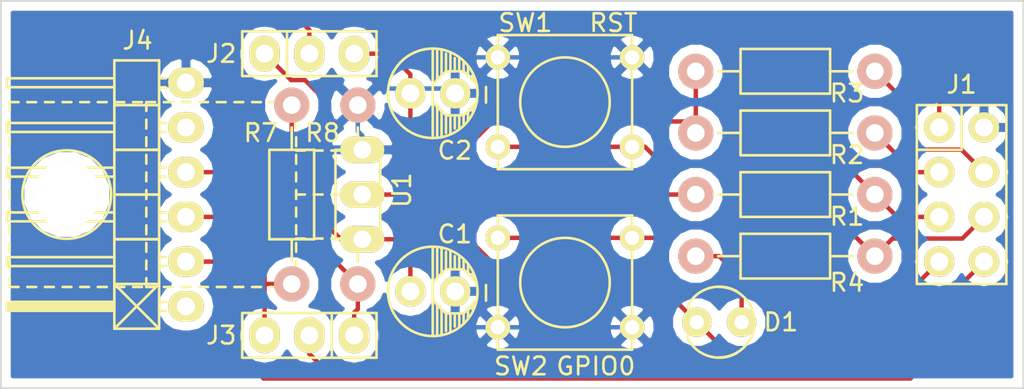
<source format=kicad_pcb>
(kicad_pcb (version 4) (host pcbnew 0.201506162246+5763~23~ubuntu14.10.1-product)

  (general
    (links 34)
    (no_connects 0)
    (area 64.949999 48.699999 124.679762 70.800001)
    (thickness 1.6)
    (drawings 5)
    (tracks 115)
    (zones 0)
    (modules 16)
    (nets 14)
  )

  (page A4)
  (layers
    (0 F.Cu signal)
    (31 B.Cu signal)
    (32 B.Adhes user)
    (33 F.Adhes user)
    (34 B.Paste user)
    (35 F.Paste user)
    (36 B.SilkS user)
    (37 F.SilkS user)
    (38 B.Mask user)
    (39 F.Mask user)
    (40 Dwgs.User user)
    (41 Cmts.User user)
    (42 Eco1.User user)
    (43 Eco2.User user)
    (44 Edge.Cuts user)
    (45 Margin user)
    (46 B.CrtYd user)
    (47 F.CrtYd user)
    (48 B.Fab user)
    (49 F.Fab user)
  )

  (setup
    (last_trace_width 0.25)
    (trace_clearance 0.2)
    (zone_clearance 0.508)
    (zone_45_only no)
    (trace_min 0.2)
    (segment_width 0.2)
    (edge_width 0.1)
    (via_size 0.6)
    (via_drill 0.4)
    (via_min_size 0.4)
    (via_min_drill 0.3)
    (uvia_size 0.3)
    (uvia_drill 0.1)
    (uvias_allowed no)
    (uvia_min_size 0.2)
    (uvia_min_drill 0.1)
    (pcb_text_width 0.3)
    (pcb_text_size 1.5 1.5)
    (mod_edge_width 0.15)
    (mod_text_size 1 1)
    (mod_text_width 0.15)
    (pad_size 1.7272 1.7272)
    (pad_drill 1.016)
    (pad_to_mask_clearance 0)
    (aux_axis_origin 0 0)
    (visible_elements FFFFFF7F)
    (pcbplotparams
      (layerselection 0x00030_80000001)
      (usegerberextensions false)
      (excludeedgelayer true)
      (linewidth 0.100000)
      (plotframeref false)
      (viasonmask false)
      (mode 1)
      (useauxorigin false)
      (hpglpennumber 1)
      (hpglpenspeed 20)
      (hpglpendiameter 15)
      (hpglpenoverlay 2)
      (psnegative false)
      (psa4output false)
      (plotreference true)
      (plotvalue true)
      (plotinvisibletext false)
      (padsonsilk false)
      (subtractmaskfromsilk false)
      (outputformat 1)
      (mirror false)
      (drillshape 1)
      (scaleselection 1)
      (outputdirectory ""))
  )

  (net 0 "")
  (net 1 GND)
  (net 2 "Net-(D1-Pad1)")
  (net 3 /USB_SER/RX_PC-A)
  (net 4 /CH_PD-A)
  (net 5 /GPIO2-A)
  (net 6 /RST-A)
  (net 7 /GPIO0-A)
  (net 8 /TX-PC)
  (net 9 /USB_SER/VIN)
  (net 10 /TX_PC-A-DIV)
  (net 11 /USB_SER/TX_PC-A)
  (net 12 +5V)
  (net 13 +3V3)

  (net_class Default "This is the default net class."
    (clearance 0.2)
    (trace_width 0.25)
    (via_dia 0.6)
    (via_drill 0.4)
    (uvia_dia 0.3)
    (uvia_drill 0.1)
    (add_net +3V3)
    (add_net +5V)
    (add_net /CH_PD-A)
    (add_net /GPIO0-A)
    (add_net /GPIO2-A)
    (add_net /RST-A)
    (add_net /TX-PC)
    (add_net /TX_PC-A-DIV)
    (add_net /USB_SER/RX_PC-A)
    (add_net /USB_SER/TX_PC-A)
    (add_net /USB_SER/VIN)
    (add_net GND)
    (add_net "Net-(D1-Pad1)")
  )

  (module esp8266:Capacitor5x6RM2.5 (layer F.Cu) (tedit 5583FFBF) (tstamp 5583E925)
    (at 89.5 65.25 270)
    (descr "Capacitor, pol, cyl 5x6mm")
    (path /5583E5B9/5583E64C)
    (fp_text reference C1 (at -3.25 -1.25 360) (layer F.SilkS)
      (effects (font (size 1 1) (thickness 0.15)))
    )
    (fp_text value 10u (at 0 3.81 270) (layer F.SilkS) hide
      (effects (font (size 1 1) (thickness 0.15)))
    )
    (fp_line (start 0.75 -0.25) (end 2.5 -0.25) (layer F.SilkS) (width 0.15))
    (fp_line (start 1 -0.5) (end 2.5 -0.5) (layer F.SilkS) (width 0.15))
    (fp_line (start 1.25 -0.75) (end 2.25 -0.75) (layer F.SilkS) (width 0.15))
    (fp_line (start 1.25 -1) (end 2.25 -1) (layer F.SilkS) (width 0.15))
    (fp_line (start 1.25 -1.25) (end 2 -1.25) (layer F.SilkS) (width 0.15))
    (fp_line (start 1.25 -1.5) (end 2 -1.5) (layer F.SilkS) (width 0.15))
    (fp_line (start 1.25 -1.75) (end 1.75 -1.75) (layer F.SilkS) (width 0.15))
    (fp_line (start 1 -2) (end 1.5 -2) (layer F.SilkS) (width 0.15))
    (fp_line (start 0.75 -2.25) (end 1 -2.25) (layer F.SilkS) (width 0.15))
    (fp_line (start -0.75 -2.25) (end -1 -2.25) (layer F.SilkS) (width 0.15))
    (fp_line (start -1 -2) (end -1.5 -2) (layer F.SilkS) (width 0.15))
    (fp_line (start -1.25 -1.75) (end -1.75 -1.75) (layer F.SilkS) (width 0.15))
    (fp_line (start -1.25 -1.5) (end -2 -1.5) (layer F.SilkS) (width 0.15))
    (fp_line (start -2.25 -0.75) (end -1.25 -0.75) (layer F.SilkS) (width 0.15))
    (fp_line (start -1.25 -0.75) (end -1.25 -1.25) (layer F.SilkS) (width 0.15))
    (fp_line (start -1.25 -1.25) (end -2 -1.25) (layer F.SilkS) (width 0.15))
    (fp_line (start -2.25 -1) (end -1.25 -1) (layer F.SilkS) (width 0.15))
    (fp_line (start -2.5 -0.5) (end -1 -0.5) (layer F.SilkS) (width 0.15))
    (fp_line (start -2.5 -0.25) (end -0.75 -0.25) (layer F.SilkS) (width 0.15))
    (fp_line (start 0.5 -2.5) (end 1.25 -1.75) (layer F.SilkS) (width 0.15))
    (fp_line (start 1.25 -1.75) (end 1.25 -0.75) (layer F.SilkS) (width 0.15))
    (fp_line (start 1.25 -0.75) (end 0.5 0) (layer F.SilkS) (width 0.15))
    (fp_line (start -0.5 0) (end -1.25 -0.75) (layer F.SilkS) (width 0.15))
    (fp_line (start -1.25 -0.75) (end -1.25 -1.75) (layer F.SilkS) (width 0.15))
    (fp_line (start -1.25 -1.75) (end -0.5 -2.5) (layer F.SilkS) (width 0.15))
    (fp_line (start -2.5 0) (end 2.5 0) (layer F.SilkS) (width 0.15))
    (fp_line (start -0.361 -3.02) (end 0.528 -3.02) (layer F.SilkS) (width 0.15))
    (fp_circle (center 0 0) (end -2.54 0) (layer F.SilkS) (width 0.15))
    (pad 1 thru_hole oval (at 0 1.27 270) (size 1.7272 1.7272) (drill 1.016) (layers *.Cu *.Mask F.SilkS)
      (net 12 +5V))
    (pad 2 thru_hole oval (at 0 -1.27 270) (size 1.7272 1.7272) (drill 1.016) (layers *.Cu *.Mask F.SilkS)
      (net 1 GND))
    (model Capacitors_ThroughHole/Capacitor5x6RM2.5.wrl
      (at (xyz 0 0 0))
      (scale (xyz 1 1 1))
      (rotate (xyz 0 0 0))
    )
  )

  (module esp8266:Capacitor5x6RM2.5 (layer F.Cu) (tedit 5583FFB5) (tstamp 5583E946)
    (at 89.5 54 270)
    (descr "Capacitor, pol, cyl 5x6mm")
    (path /5583E5B9/5583E70D)
    (fp_text reference C2 (at 3.25 -1.25 360) (layer F.SilkS)
      (effects (font (size 1 1) (thickness 0.15)))
    )
    (fp_text value 10u (at 0 3.81 270) (layer F.SilkS) hide
      (effects (font (size 1 1) (thickness 0.15)))
    )
    (fp_line (start 0.75 -0.25) (end 2.5 -0.25) (layer F.SilkS) (width 0.15))
    (fp_line (start 1 -0.5) (end 2.5 -0.5) (layer F.SilkS) (width 0.15))
    (fp_line (start 1.25 -0.75) (end 2.25 -0.75) (layer F.SilkS) (width 0.15))
    (fp_line (start 1.25 -1) (end 2.25 -1) (layer F.SilkS) (width 0.15))
    (fp_line (start 1.25 -1.25) (end 2 -1.25) (layer F.SilkS) (width 0.15))
    (fp_line (start 1.25 -1.5) (end 2 -1.5) (layer F.SilkS) (width 0.15))
    (fp_line (start 1.25 -1.75) (end 1.75 -1.75) (layer F.SilkS) (width 0.15))
    (fp_line (start 1 -2) (end 1.5 -2) (layer F.SilkS) (width 0.15))
    (fp_line (start 0.75 -2.25) (end 1 -2.25) (layer F.SilkS) (width 0.15))
    (fp_line (start -0.75 -2.25) (end -1 -2.25) (layer F.SilkS) (width 0.15))
    (fp_line (start -1 -2) (end -1.5 -2) (layer F.SilkS) (width 0.15))
    (fp_line (start -1.25 -1.75) (end -1.75 -1.75) (layer F.SilkS) (width 0.15))
    (fp_line (start -1.25 -1.5) (end -2 -1.5) (layer F.SilkS) (width 0.15))
    (fp_line (start -2.25 -0.75) (end -1.25 -0.75) (layer F.SilkS) (width 0.15))
    (fp_line (start -1.25 -0.75) (end -1.25 -1.25) (layer F.SilkS) (width 0.15))
    (fp_line (start -1.25 -1.25) (end -2 -1.25) (layer F.SilkS) (width 0.15))
    (fp_line (start -2.25 -1) (end -1.25 -1) (layer F.SilkS) (width 0.15))
    (fp_line (start -2.5 -0.5) (end -1 -0.5) (layer F.SilkS) (width 0.15))
    (fp_line (start -2.5 -0.25) (end -0.75 -0.25) (layer F.SilkS) (width 0.15))
    (fp_line (start 0.5 -2.5) (end 1.25 -1.75) (layer F.SilkS) (width 0.15))
    (fp_line (start 1.25 -1.75) (end 1.25 -0.75) (layer F.SilkS) (width 0.15))
    (fp_line (start 1.25 -0.75) (end 0.5 0) (layer F.SilkS) (width 0.15))
    (fp_line (start -0.5 0) (end -1.25 -0.75) (layer F.SilkS) (width 0.15))
    (fp_line (start -1.25 -0.75) (end -1.25 -1.75) (layer F.SilkS) (width 0.15))
    (fp_line (start -1.25 -1.75) (end -0.5 -2.5) (layer F.SilkS) (width 0.15))
    (fp_line (start -2.5 0) (end 2.5 0) (layer F.SilkS) (width 0.15))
    (fp_line (start -0.361 -3.02) (end 0.528 -3.02) (layer F.SilkS) (width 0.15))
    (fp_circle (center 0 0) (end -2.54 0) (layer F.SilkS) (width 0.15))
    (pad 1 thru_hole oval (at 0 1.27 270) (size 1.7272 1.7272) (drill 1.016) (layers *.Cu *.Mask F.SilkS)
      (net 13 +3V3))
    (pad 2 thru_hole oval (at 0 -1.27 270) (size 1.7272 1.7272) (drill 1.016) (layers *.Cu *.Mask F.SilkS)
      (net 1 GND))
    (model Capacitors_ThroughHole/Capacitor5x6RM2.5.wrl
      (at (xyz 0 0 0))
      (scale (xyz 1 1 1))
      (rotate (xyz 0 0 0))
    )
  )

  (module esp8266:LED-3MM (layer F.Cu) (tedit 5583FD93) (tstamp 5583E967)
    (at 105.75 67 180)
    (descr "LED 3mm - Lead pitch 100mil (2,54mm)")
    (tags "LED led 3mm 3MM 100mil 2,54mm")
    (path /5583D6FD)
    (fp_text reference D1 (at -3.5 0 180) (layer F.SilkS)
      (effects (font (size 1 1) (thickness 0.15)))
    )
    (fp_text value LED (at 0 1.25 180) (layer F.SilkS) hide
      (effects (font (size 1 1) (thickness 0.15)))
    )
    (fp_line (start 1.75 -1) (end 1.75 1) (layer F.SilkS) (width 0.15))
    (fp_arc (start 0 0) (end 1.75 1) (angle 90) (layer F.SilkS) (width 0.15))
    (fp_arc (start 0 0) (end -1 -1.75) (angle 90) (layer F.SilkS) (width 0.15))
    (fp_arc (start 0 0) (end 0 2) (angle 90) (layer F.SilkS) (width 0.15))
    (fp_arc (start 0 0) (end -2 0) (angle 90) (layer F.SilkS) (width 0.15))
    (pad 1 thru_hole circle (at -1.27 0 180) (size 1.6764 1.6764) (drill 0.8128) (layers *.Cu *.Mask F.SilkS)
      (net 2 "Net-(D1-Pad1)"))
    (pad 2 thru_hole circle (at 1.27 0 180) (size 1.6764 1.6764) (drill 0.8128) (layers *.Cu *.Mask F.SilkS)
      (net 13 +3V3))
    (model LEDs/LED-3MM.wrl
      (at (xyz 0 0 0))
      (scale (xyz 1 1 1))
      (rotate (xyz 0 0 0))
    )
  )

  (module esp8266:Pin_Header_Straight_2x04 (layer F.Cu) (tedit 5583FF57) (tstamp 5583E971)
    (at 119.5 59.75 270)
    (descr "Through hole pin header")
    (tags "pin header")
    (path /5583C98F)
    (fp_text reference J1 (at -6.25 0 360) (layer F.SilkS)
      (effects (font (size 1 1) (thickness 0.15)))
    )
    (fp_text value ESP8266-01 (at 0 0 270) (layer F.SilkS) hide
      (effects (font (size 1 1) (thickness 0.15)))
    )
    (fp_line (start -2.54 2.54) (end 5.08 2.54) (layer F.SilkS) (width 0.15))
    (fp_line (start 5.08 2.54) (end 5.08 -2.54) (layer F.SilkS) (width 0.15))
    (fp_line (start 5.08 -2.54) (end -5.08 -2.54) (layer F.SilkS) (width 0.15))
    (fp_line (start -5.08 -2.54) (end -5.08 0) (layer F.SilkS) (width 0.15))
    (fp_line (start -5.08 2.54) (end -2.54 2.54) (layer F.SilkS) (width 0.15))
    (fp_line (start -5.08 0) (end -2.54 0) (layer F.SilkS) (width 0.15))
    (fp_line (start -2.54 0) (end -2.54 2.54) (layer F.SilkS) (width 0.15))
    (fp_line (start -5.08 2.54) (end -5.08 0) (layer F.SilkS) (width 0.15))
    (pad 1 thru_hole oval (at -3.81 1.27 270) (size 1.7272 1.7272) (drill 1.016) (layers *.Cu *.Mask F.SilkS)
      (net 3 /USB_SER/RX_PC-A))
    (pad 2 thru_hole oval (at -3.81 -1.27 270) (size 1.7272 1.7272) (drill 1.016) (layers *.Cu *.Mask F.SilkS)
      (net 1 GND))
    (pad 3 thru_hole oval (at -1.27 1.27 270) (size 1.7272 1.7272) (drill 1.016) (layers *.Cu *.Mask F.SilkS)
      (net 4 /CH_PD-A))
    (pad 4 thru_hole oval (at -1.27 -1.27 270) (size 1.7272 1.7272) (drill 1.016) (layers *.Cu *.Mask F.SilkS)
      (net 5 /GPIO2-A))
    (pad 5 thru_hole oval (at 1.27 1.27 270) (size 1.7272 1.7272) (drill 1.016) (layers *.Cu *.Mask F.SilkS)
      (net 6 /RST-A))
    (pad 6 thru_hole oval (at 1.27 -1.27 270) (size 1.7272 1.7272) (drill 1.016) (layers *.Cu *.Mask F.SilkS)
      (net 7 /GPIO0-A))
    (pad 7 thru_hole oval (at 3.81 1.27 270) (size 1.7272 1.7272) (drill 1.016) (layers *.Cu *.Mask F.SilkS)
      (net 13 +3V3))
    (pad 8 thru_hole oval (at 3.81 -1.27 270) (size 1.7272 1.7272) (drill 1.016) (layers *.Cu *.Mask F.SilkS)
      (net 8 /TX-PC))
    (model Pin_Headers/Pin_Header_Straight_2x04.wrl
      (at (xyz 0 0 0))
      (scale (xyz 1 1 1))
      (rotate (xyz 0 0 0))
    )
  )

  (module esp8266:Pin_Header_Straight_1x03 (layer F.Cu) (tedit 5583FF36) (tstamp 5583E984)
    (at 82.5 51.75)
    (descr "Through hole pin header")
    (tags "pin header")
    (path /5583F616/5583F6EE)
    (fp_text reference J2 (at -5 0) (layer F.SilkS)
      (effects (font (size 1 1) (thickness 0.15)))
    )
    (fp_text value 5V0<>3V3 (at 0 0) (layer F.SilkS) hide
      (effects (font (size 1 1) (thickness 0.15)))
    )
    (fp_line (start -1.27 1.27) (end 3.81 1.27) (layer F.SilkS) (width 0.15))
    (fp_line (start 3.81 1.27) (end 3.81 -1.27) (layer F.SilkS) (width 0.15))
    (fp_line (start 3.81 -1.27) (end -1.27 -1.27) (layer F.SilkS) (width 0.15))
    (fp_line (start -3.81 -1.27) (end -1.27 -1.27) (layer F.SilkS) (width 0.15))
    (fp_line (start -1.27 -1.27) (end -1.27 1.27) (layer F.SilkS) (width 0.15))
    (fp_line (start -3.81 -1.27) (end -3.81 1.27) (layer F.SilkS) (width 0.15))
    (fp_line (start -3.81 1.27) (end -1.27 1.27) (layer F.SilkS) (width 0.15))
    (pad 1 thru_hole oval (at -2.54 0) (size 1.7272 2.032) (drill 1.016) (layers *.Cu *.Mask F.SilkS)
      (net 12 +5V))
    (pad 2 thru_hole oval (at 0 0) (size 1.7272 2.032) (drill 1.016) (layers *.Cu *.Mask F.SilkS)
      (net 9 /USB_SER/VIN))
    (pad 3 thru_hole oval (at 2.54 0) (size 1.7272 2.032) (drill 1.016) (layers *.Cu *.Mask F.SilkS)
      (net 13 +3V3))
    (model Pin_Headers/Pin_Header_Straight_1x03.wrl
      (at (xyz 0 0 0))
      (scale (xyz 1 1 1))
      (rotate (xyz 0 0 0))
    )
  )

  (module esp8266:Pin_Header_Straight_1x03 (layer F.Cu) (tedit 5583FF3A) (tstamp 5583E991)
    (at 82.5 67.75 180)
    (descr "Through hole pin header")
    (tags "pin header")
    (path /5583D3C7)
    (fp_text reference J3 (at 5 0 180) (layer F.SilkS)
      (effects (font (size 1 1) (thickness 0.15)))
    )
    (fp_text value TX_LVL (at 0 0 180) (layer F.SilkS) hide
      (effects (font (size 1 1) (thickness 0.15)))
    )
    (fp_line (start -1.27 1.27) (end 3.81 1.27) (layer F.SilkS) (width 0.15))
    (fp_line (start 3.81 1.27) (end 3.81 -1.27) (layer F.SilkS) (width 0.15))
    (fp_line (start 3.81 -1.27) (end -1.27 -1.27) (layer F.SilkS) (width 0.15))
    (fp_line (start -3.81 -1.27) (end -1.27 -1.27) (layer F.SilkS) (width 0.15))
    (fp_line (start -1.27 -1.27) (end -1.27 1.27) (layer F.SilkS) (width 0.15))
    (fp_line (start -3.81 -1.27) (end -3.81 1.27) (layer F.SilkS) (width 0.15))
    (fp_line (start -3.81 1.27) (end -1.27 1.27) (layer F.SilkS) (width 0.15))
    (pad 1 thru_hole oval (at -2.54 0 180) (size 1.7272 2.032) (drill 1.016) (layers *.Cu *.Mask F.SilkS)
      (net 10 /TX_PC-A-DIV))
    (pad 2 thru_hole oval (at 0 0 180) (size 1.7272 2.032) (drill 1.016) (layers *.Cu *.Mask F.SilkS)
      (net 8 /TX-PC))
    (pad 3 thru_hole oval (at 2.54 0 180) (size 1.7272 2.032) (drill 1.016) (layers *.Cu *.Mask F.SilkS)
      (net 11 /USB_SER/TX_PC-A))
    (model Pin_Headers/Pin_Header_Straight_1x03.wrl
      (at (xyz 0 0 0))
      (scale (xyz 1 1 1))
      (rotate (xyz 0 0 0))
    )
  )

  (module esp8266:Pin_Header_Angled_1x06 (layer F.Cu) (tedit 5583FF46) (tstamp 5583E99E)
    (at 75.5 59.75 90)
    (descr "Through hole pin header")
    (tags "pin header")
    (path /5583F616/5583F64C)
    (fp_text reference J4 (at 8.75 -2.75 180) (layer F.SilkS)
      (effects (font (size 1 1) (thickness 0.15)))
    )
    (fp_text value FTDI (at 0 0 90) (layer F.SilkS) hide
      (effects (font (size 1 1) (thickness 0.15)))
    )
    (fp_line (start -5.08 -4.064) (end -7.62 -1.524) (layer F.SilkS) (width 0.15))
    (fp_line (start -7.62 -4.064) (end -5.08 -1.524) (layer F.SilkS) (width 0.15))
    (fp_line (start -6.477 -4.191) (end -6.477 -10.033) (layer F.SilkS) (width 0.15))
    (fp_line (start -6.477 -10.033) (end -6.223 -10.033) (layer F.SilkS) (width 0.15))
    (fp_line (start -6.223 -10.033) (end -6.223 -4.191) (layer F.SilkS) (width 0.15))
    (fp_line (start -6.223 -4.191) (end -6.35 -4.191) (layer F.SilkS) (width 0.15))
    (fp_line (start -6.35 -4.191) (end -6.35 -10.033) (layer F.SilkS) (width 0.15))
    (fp_line (start -6.604 -1.524) (end -6.604 -1.143) (layer F.SilkS) (width 0.15))
    (fp_line (start -6.096 -1.524) (end -6.096 -1.143) (layer F.SilkS) (width 0.15))
    (fp_line (start -4.064 -1.524) (end -4.064 -1.143) (layer F.SilkS) (width 0.15))
    (fp_line (start -3.556 -1.524) (end -3.556 -1.143) (layer F.SilkS) (width 0.15))
    (fp_line (start -1.524 -1.524) (end -1.524 -1.143) (layer F.SilkS) (width 0.15))
    (fp_line (start -1.016 -1.524) (end -1.016 -1.143) (layer F.SilkS) (width 0.15))
    (fp_line (start 6.604 -1.524) (end 6.604 -1.143) (layer F.SilkS) (width 0.15))
    (fp_line (start 6.096 -1.524) (end 6.096 -1.143) (layer F.SilkS) (width 0.15))
    (fp_line (start 4.064 -1.524) (end 4.064 -1.143) (layer F.SilkS) (width 0.15))
    (fp_line (start 3.556 -1.524) (end 3.556 -1.143) (layer F.SilkS) (width 0.15))
    (fp_line (start 1.524 -1.524) (end 1.524 -1.143) (layer F.SilkS) (width 0.15))
    (fp_line (start 1.016 -1.524) (end 1.016 -1.143) (layer F.SilkS) (width 0.15))
    (fp_line (start -7.62 -1.524) (end -7.62 -4.064) (layer F.SilkS) (width 0.15))
    (fp_line (start -5.08 -1.524) (end -5.08 -4.064) (layer F.SilkS) (width 0.15))
    (fp_line (start -5.08 -1.524) (end -2.54 -1.524) (layer F.SilkS) (width 0.15))
    (fp_line (start -2.54 -1.524) (end -2.54 -4.064) (layer F.SilkS) (width 0.15))
    (fp_line (start -4.064 -4.064) (end -4.064 -10.16) (layer F.SilkS) (width 0.15))
    (fp_line (start -4.064 -10.16) (end -3.556 -10.16) (layer F.SilkS) (width 0.15))
    (fp_line (start -3.556 -10.16) (end -3.556 -4.064) (layer F.SilkS) (width 0.15))
    (fp_line (start -2.54 -4.064) (end -5.08 -4.064) (layer F.SilkS) (width 0.15))
    (fp_line (start -5.08 -4.064) (end -7.62 -4.064) (layer F.SilkS) (width 0.15))
    (fp_line (start -6.096 -10.16) (end -6.096 -4.064) (layer F.SilkS) (width 0.15))
    (fp_line (start -6.604 -10.16) (end -6.096 -10.16) (layer F.SilkS) (width 0.15))
    (fp_line (start -6.604 -4.064) (end -6.604 -10.16) (layer F.SilkS) (width 0.15))
    (fp_line (start -5.08 -1.524) (end -5.08 -4.064) (layer F.SilkS) (width 0.15))
    (fp_line (start -7.62 -1.524) (end -5.08 -1.524) (layer F.SilkS) (width 0.15))
    (fp_line (start 2.54 -1.524) (end 2.54 -4.064) (layer F.SilkS) (width 0.15))
    (fp_line (start 2.54 -1.524) (end 5.08 -1.524) (layer F.SilkS) (width 0.15))
    (fp_line (start 5.08 -1.524) (end 5.08 -4.064) (layer F.SilkS) (width 0.15))
    (fp_line (start 3.556 -4.064) (end 3.556 -10.16) (layer F.SilkS) (width 0.15))
    (fp_line (start 3.556 -10.16) (end 4.064 -10.16) (layer F.SilkS) (width 0.15))
    (fp_line (start 4.064 -10.16) (end 4.064 -4.064) (layer F.SilkS) (width 0.15))
    (fp_line (start 5.08 -4.064) (end 2.54 -4.064) (layer F.SilkS) (width 0.15))
    (fp_line (start 7.62 -4.064) (end 5.08 -4.064) (layer F.SilkS) (width 0.15))
    (fp_line (start 6.604 -10.16) (end 6.604 -4.064) (layer F.SilkS) (width 0.15))
    (fp_line (start 6.096 -10.16) (end 6.604 -10.16) (layer F.SilkS) (width 0.15))
    (fp_line (start 6.096 -4.064) (end 6.096 -10.16) (layer F.SilkS) (width 0.15))
    (fp_line (start 7.62 -1.524) (end 7.62 -4.064) (layer F.SilkS) (width 0.15))
    (fp_line (start 5.08 -1.524) (end 7.62 -1.524) (layer F.SilkS) (width 0.15))
    (fp_line (start 5.08 -1.524) (end 5.08 -4.064) (layer F.SilkS) (width 0.15))
    (fp_line (start 0 -1.524) (end 0 -4.064) (layer F.SilkS) (width 0.15))
    (fp_line (start 0 -1.524) (end 2.54 -1.524) (layer F.SilkS) (width 0.15))
    (fp_line (start 2.54 -1.524) (end 2.54 -4.064) (layer F.SilkS) (width 0.15))
    (fp_line (start 1.016 -4.064) (end 1.016 -10.16) (layer F.SilkS) (width 0.15))
    (fp_line (start 1.016 -10.16) (end 1.524 -10.16) (layer F.SilkS) (width 0.15))
    (fp_line (start 1.524 -10.16) (end 1.524 -4.064) (layer F.SilkS) (width 0.15))
    (fp_line (start 2.54 -4.064) (end 0 -4.064) (layer F.SilkS) (width 0.15))
    (fp_line (start 0 -4.064) (end -2.54 -4.064) (layer F.SilkS) (width 0.15))
    (fp_line (start -1.016 -10.16) (end -1.016 -4.064) (layer F.SilkS) (width 0.15))
    (fp_line (start -1.524 -10.16) (end -1.016 -10.16) (layer F.SilkS) (width 0.15))
    (fp_line (start -1.524 -4.064) (end -1.524 -10.16) (layer F.SilkS) (width 0.15))
    (fp_line (start 0 -1.524) (end 0 -4.064) (layer F.SilkS) (width 0.15))
    (fp_line (start -2.54 -1.524) (end 0 -1.524) (layer F.SilkS) (width 0.15))
    (fp_line (start -2.54 -1.524) (end -2.54 -4.064) (layer F.SilkS) (width 0.15))
    (pad 1 thru_hole oval (at -6.35 0 90) (size 1.7272 2.032) (drill 1.016) (layers *.Cu *.Mask F.SilkS))
    (pad 2 thru_hole oval (at -3.81 0 90) (size 1.7272 2.032) (drill 1.016) (layers *.Cu *.Mask F.SilkS)
      (net 3 /USB_SER/RX_PC-A))
    (pad 3 thru_hole oval (at -1.27 0 90) (size 1.7272 2.032) (drill 1.016) (layers *.Cu *.Mask F.SilkS)
      (net 11 /USB_SER/TX_PC-A))
    (pad 4 thru_hole oval (at 1.27 0 90) (size 1.7272 2.032) (drill 1.016) (layers *.Cu *.Mask F.SilkS)
      (net 9 /USB_SER/VIN))
    (pad 5 thru_hole oval (at 3.81 0 90) (size 1.7272 2.032) (drill 1.016) (layers *.Cu *.Mask F.SilkS))
    (pad 6 thru_hole oval (at 6.35 0 90) (size 1.7272 2.032) (drill 1.016) (layers *.Cu *.Mask F.SilkS)
      (net 1 GND))
    (model Pin_Headers/Pin_Header_Angled_1x06.wrl
      (at (xyz 0 0 0))
      (scale (xyz 1 1 1))
      (rotate (xyz 0 0 0))
    )
  )

  (module esp8266:Resistor_Horizontal_RM10mm (layer F.Cu) (tedit 5583FD04) (tstamp 5583E9A7)
    (at 109.5 59.75)
    (descr "Resistor, Axial,  RM 10mm, 1/3W,")
    (tags "Resistor, Axial, RM 10mm, 1/3W,")
    (path /5583CD89)
    (fp_text reference R1 (at 3.5 1.25) (layer F.SilkS)
      (effects (font (size 1 1) (thickness 0.15)))
    )
    (fp_text value 10k (at 3.81 3.81) (layer F.SilkS) hide
      (effects (font (size 1 1) (thickness 0.15)))
    )
    (fp_line (start -2.54 -1.27) (end 2.54 -1.27) (layer F.SilkS) (width 0.15))
    (fp_line (start 2.54 -1.27) (end 2.54 1.27) (layer F.SilkS) (width 0.15))
    (fp_line (start 2.54 1.27) (end -2.54 1.27) (layer F.SilkS) (width 0.15))
    (fp_line (start -2.54 1.27) (end -2.54 -1.27) (layer F.SilkS) (width 0.15))
    (fp_line (start -2.54 0) (end -3.81 0) (layer F.SilkS) (width 0.15))
    (fp_line (start 2.54 0) (end 3.81 0) (layer F.SilkS) (width 0.15))
    (pad 1 thru_hole circle (at -5.08 0) (size 1.99898 1.99898) (drill 1.00076) (layers *.Cu *.SilkS *.Mask)
      (net 13 +3V3))
    (pad 2 thru_hole circle (at 5.08 0) (size 1.99898 1.99898) (drill 1.00076) (layers *.Cu *.SilkS *.Mask)
      (net 6 /RST-A))
    (model Resistors_ThroughHole/Resistor_Horizontal_RM10mm.wrl
      (at (xyz 0 0 0))
      (scale (xyz 0.4 0.4 0.4))
      (rotate (xyz 0 0 0))
    )
  )

  (module esp8266:Resistor_Horizontal_RM10mm (layer F.Cu) (tedit 5583FD0B) (tstamp 5583E9B2)
    (at 109.5 56.25)
    (descr "Resistor, Axial,  RM 10mm, 1/3W,")
    (tags "Resistor, Axial, RM 10mm, 1/3W,")
    (path /5583CC46)
    (fp_text reference R2 (at 3.5 1.25) (layer F.SilkS)
      (effects (font (size 1 1) (thickness 0.15)))
    )
    (fp_text value 10k (at 3.81 3.81) (layer F.SilkS) hide
      (effects (font (size 1 1) (thickness 0.15)))
    )
    (fp_line (start -2.54 -1.27) (end 2.54 -1.27) (layer F.SilkS) (width 0.15))
    (fp_line (start 2.54 -1.27) (end 2.54 1.27) (layer F.SilkS) (width 0.15))
    (fp_line (start 2.54 1.27) (end -2.54 1.27) (layer F.SilkS) (width 0.15))
    (fp_line (start -2.54 1.27) (end -2.54 -1.27) (layer F.SilkS) (width 0.15))
    (fp_line (start -2.54 0) (end -3.81 0) (layer F.SilkS) (width 0.15))
    (fp_line (start 2.54 0) (end 3.81 0) (layer F.SilkS) (width 0.15))
    (pad 1 thru_hole circle (at -5.08 0) (size 1.99898 1.99898) (drill 1.00076) (layers *.Cu *.SilkS *.Mask)
      (net 13 +3V3))
    (pad 2 thru_hole circle (at 5.08 0) (size 1.99898 1.99898) (drill 1.00076) (layers *.Cu *.SilkS *.Mask)
      (net 4 /CH_PD-A))
    (model Resistors_ThroughHole/Resistor_Horizontal_RM10mm.wrl
      (at (xyz 0 0 0))
      (scale (xyz 0.4 0.4 0.4))
      (rotate (xyz 0 0 0))
    )
  )

  (module esp8266:Resistor_Horizontal_RM10mm (layer F.Cu) (tedit 5583FD0F) (tstamp 5583E9BD)
    (at 109.5 52.75)
    (descr "Resistor, Axial,  RM 10mm, 1/3W,")
    (tags "Resistor, Axial, RM 10mm, 1/3W,")
    (path /5583CDC4)
    (fp_text reference R3 (at 3.5 1.25) (layer F.SilkS)
      (effects (font (size 1 1) (thickness 0.15)))
    )
    (fp_text value 10k (at 3.81 3.81) (layer F.SilkS) hide
      (effects (font (size 1 1) (thickness 0.15)))
    )
    (fp_line (start -2.54 -1.27) (end 2.54 -1.27) (layer F.SilkS) (width 0.15))
    (fp_line (start 2.54 -1.27) (end 2.54 1.27) (layer F.SilkS) (width 0.15))
    (fp_line (start 2.54 1.27) (end -2.54 1.27) (layer F.SilkS) (width 0.15))
    (fp_line (start -2.54 1.27) (end -2.54 -1.27) (layer F.SilkS) (width 0.15))
    (fp_line (start -2.54 0) (end -3.81 0) (layer F.SilkS) (width 0.15))
    (fp_line (start 2.54 0) (end 3.81 0) (layer F.SilkS) (width 0.15))
    (pad 1 thru_hole circle (at -5.08 0) (size 1.99898 1.99898) (drill 1.00076) (layers *.Cu *.SilkS *.Mask)
      (net 13 +3V3))
    (pad 2 thru_hole circle (at 5.08 0) (size 1.99898 1.99898) (drill 1.00076) (layers *.Cu *.SilkS *.Mask)
      (net 5 /GPIO2-A))
    (model Resistors_ThroughHole/Resistor_Horizontal_RM10mm.wrl
      (at (xyz 0 0 0))
      (scale (xyz 0.4 0.4 0.4))
      (rotate (xyz 0 0 0))
    )
  )

  (module esp8266:Resistor_Horizontal_RM10mm (layer F.Cu) (tedit 5583FD01) (tstamp 5583E9C8)
    (at 109.5 63.25)
    (descr "Resistor, Axial,  RM 10mm, 1/3W,")
    (tags "Resistor, Axial, RM 10mm, 1/3W,")
    (path /5583D6B3)
    (fp_text reference R4 (at 3.5 1.5) (layer F.SilkS)
      (effects (font (size 1 1) (thickness 0.15)))
    )
    (fp_text value 10k (at 3.81 3.81) (layer F.SilkS) hide
      (effects (font (size 1 1) (thickness 0.15)))
    )
    (fp_line (start -2.54 -1.27) (end 2.54 -1.27) (layer F.SilkS) (width 0.15))
    (fp_line (start 2.54 -1.27) (end 2.54 1.27) (layer F.SilkS) (width 0.15))
    (fp_line (start 2.54 1.27) (end -2.54 1.27) (layer F.SilkS) (width 0.15))
    (fp_line (start -2.54 1.27) (end -2.54 -1.27) (layer F.SilkS) (width 0.15))
    (fp_line (start -2.54 0) (end -3.81 0) (layer F.SilkS) (width 0.15))
    (fp_line (start 2.54 0) (end 3.81 0) (layer F.SilkS) (width 0.15))
    (pad 1 thru_hole circle (at -5.08 0) (size 1.99898 1.99898) (drill 1.00076) (layers *.Cu *.SilkS *.Mask)
      (net 2 "Net-(D1-Pad1)"))
    (pad 2 thru_hole circle (at 5.08 0) (size 1.99898 1.99898) (drill 1.00076) (layers *.Cu *.SilkS *.Mask)
      (net 7 /GPIO0-A))
    (model Resistors_ThroughHole/Resistor_Horizontal_RM10mm.wrl
      (at (xyz 0 0 0))
      (scale (xyz 0.4 0.4 0.4))
      (rotate (xyz 0 0 0))
    )
  )

  (module esp8266:Resistor_Horizontal_RM10mm (layer F.Cu) (tedit 5583FD66) (tstamp 5583E9D3)
    (at 81.5 59.75 90)
    (descr "Resistor, Axial,  RM 10mm, 1/3W,")
    (tags "Resistor, Axial, RM 10mm, 1/3W,")
    (path /55840F34)
    (fp_text reference R7 (at 3.5 -1.75 180) (layer F.SilkS)
      (effects (font (size 1 1) (thickness 0.15)))
    )
    (fp_text value 1k (at 3.81 3.81 90) (layer F.SilkS) hide
      (effects (font (size 1 1) (thickness 0.15)))
    )
    (fp_line (start -2.54 -1.27) (end 2.54 -1.27) (layer F.SilkS) (width 0.15))
    (fp_line (start 2.54 -1.27) (end 2.54 1.27) (layer F.SilkS) (width 0.15))
    (fp_line (start 2.54 1.27) (end -2.54 1.27) (layer F.SilkS) (width 0.15))
    (fp_line (start -2.54 1.27) (end -2.54 -1.27) (layer F.SilkS) (width 0.15))
    (fp_line (start -2.54 0) (end -3.81 0) (layer F.SilkS) (width 0.15))
    (fp_line (start 2.54 0) (end 3.81 0) (layer F.SilkS) (width 0.15))
    (pad 1 thru_hole circle (at -5.08 0 90) (size 1.99898 1.99898) (drill 1.00076) (layers *.Cu *.SilkS *.Mask)
      (net 11 /USB_SER/TX_PC-A))
    (pad 2 thru_hole circle (at 5.08 0 90) (size 1.99898 1.99898) (drill 1.00076) (layers *.Cu *.SilkS *.Mask)
      (net 10 /TX_PC-A-DIV))
    (model Resistors_ThroughHole/Resistor_Horizontal_RM10mm.wrl
      (at (xyz 0 0 0))
      (scale (xyz 0.4 0.4 0.4))
      (rotate (xyz 0 0 0))
    )
  )

  (module esp8266:Resistor_Horizontal_RM10mm (layer F.Cu) (tedit 5583FD60) (tstamp 5583E9DE)
    (at 85.25 59.75 90)
    (descr "Resistor, Axial,  RM 10mm, 1/3W,")
    (tags "Resistor, Axial, RM 10mm, 1/3W,")
    (path /558410DF)
    (fp_text reference R8 (at 3.5 -2 180) (layer F.SilkS)
      (effects (font (size 1 1) (thickness 0.15)))
    )
    (fp_text value 1k8 (at 3.81 3.81 90) (layer F.SilkS) hide
      (effects (font (size 1 1) (thickness 0.15)))
    )
    (fp_line (start -2.54 -1.27) (end 2.54 -1.27) (layer F.SilkS) (width 0.15))
    (fp_line (start 2.54 -1.27) (end 2.54 1.27) (layer F.SilkS) (width 0.15))
    (fp_line (start 2.54 1.27) (end -2.54 1.27) (layer F.SilkS) (width 0.15))
    (fp_line (start -2.54 1.27) (end -2.54 -1.27) (layer F.SilkS) (width 0.15))
    (fp_line (start -2.54 0) (end -3.81 0) (layer F.SilkS) (width 0.15))
    (fp_line (start 2.54 0) (end 3.81 0) (layer F.SilkS) (width 0.15))
    (pad 1 thru_hole circle (at -5.08 0 90) (size 1.99898 1.99898) (drill 1.00076) (layers *.Cu *.SilkS *.Mask)
      (net 10 /TX_PC-A-DIV))
    (pad 2 thru_hole circle (at 5.08 0 90) (size 1.99898 1.99898) (drill 1.00076) (layers *.Cu *.SilkS *.Mask)
      (net 1 GND))
    (model Resistors_ThroughHole/Resistor_Horizontal_RM10mm.wrl
      (at (xyz 0 0 0))
      (scale (xyz 0.4 0.4 0.4))
      (rotate (xyz 0 0 0))
    )
  )

  (module esp8266:SW_PUSH_SMALL (layer F.Cu) (tedit 5583FDA0) (tstamp 5583E9E9)
    (at 97 54.5)
    (path /5583D062)
    (fp_text reference SW1 (at -2.25 -4.5) (layer F.SilkS)
      (effects (font (size 1 1) (thickness 0.15)))
    )
    (fp_text value RST (at 2.75 -4.5) (layer F.SilkS)
      (effects (font (size 1 1) (thickness 0.15)))
    )
    (fp_circle (center 0 0) (end 0 -2.54) (layer F.SilkS) (width 0.15))
    (fp_line (start -3.81 -3.81) (end 3.81 -3.81) (layer F.SilkS) (width 0.15))
    (fp_line (start 3.81 -3.81) (end 3.81 3.81) (layer F.SilkS) (width 0.15))
    (fp_line (start 3.81 3.81) (end -3.81 3.81) (layer F.SilkS) (width 0.15))
    (fp_line (start -3.81 -3.81) (end -3.81 3.81) (layer F.SilkS) (width 0.15))
    (pad 1 thru_hole circle (at 3.81 -2.54) (size 1.397 1.397) (drill 0.8128) (layers *.Cu *.Mask F.SilkS)
      (net 1 GND))
    (pad 2 thru_hole circle (at 3.81 2.54) (size 1.397 1.397) (drill 0.8128) (layers *.Cu *.Mask F.SilkS)
      (net 6 /RST-A))
    (pad 1 thru_hole circle (at -3.81 -2.54) (size 1.397 1.397) (drill 0.8128) (layers *.Cu *.Mask F.SilkS)
      (net 1 GND))
    (pad 2 thru_hole circle (at -3.81 2.54) (size 1.397 1.397) (drill 0.8128) (layers *.Cu *.Mask F.SilkS)
      (net 6 /RST-A))
  )

  (module esp8266:SW_PUSH_SMALL (layer F.Cu) (tedit 5583FDA7) (tstamp 5583E9F5)
    (at 97 64.75)
    (path /5583D9B3)
    (fp_text reference SW2 (at -2.5 4.75) (layer F.SilkS)
      (effects (font (size 1 1) (thickness 0.15)))
    )
    (fp_text value GPIO0 (at 1.75 4.75) (layer F.SilkS)
      (effects (font (size 1 1) (thickness 0.15)))
    )
    (fp_circle (center 0 0) (end 0 -2.54) (layer F.SilkS) (width 0.15))
    (fp_line (start -3.81 -3.81) (end 3.81 -3.81) (layer F.SilkS) (width 0.15))
    (fp_line (start 3.81 -3.81) (end 3.81 3.81) (layer F.SilkS) (width 0.15))
    (fp_line (start 3.81 3.81) (end -3.81 3.81) (layer F.SilkS) (width 0.15))
    (fp_line (start -3.81 -3.81) (end -3.81 3.81) (layer F.SilkS) (width 0.15))
    (pad 1 thru_hole circle (at 3.81 -2.54) (size 1.397 1.397) (drill 0.8128) (layers *.Cu *.Mask F.SilkS)
      (net 7 /GPIO0-A))
    (pad 2 thru_hole circle (at 3.81 2.54) (size 1.397 1.397) (drill 0.8128) (layers *.Cu *.Mask F.SilkS)
      (net 1 GND))
    (pad 1 thru_hole circle (at -3.81 -2.54) (size 1.397 1.397) (drill 0.8128) (layers *.Cu *.Mask F.SilkS)
      (net 7 /GPIO0-A))
    (pad 2 thru_hole circle (at -3.81 2.54) (size 1.397 1.397) (drill 0.8128) (layers *.Cu *.Mask F.SilkS)
      (net 1 GND))
  )

  (module esp8266:TO-220_Neutral123_Horizontal_LS (layer F.Cu) (tedit 5583FD74) (tstamp 55840640)
    (at 85.5 59.75 90)
    (descr "TO-220, Neutral, Horizontal,")
    (tags "TO-220, Neutral, Horizontal,")
    (path /5583E5B9/5583E5FC)
    (fp_text reference U1 (at 0.25 2.25 90) (layer F.SilkS)
      (effects (font (size 1 1) (thickness 0.15)))
    )
    (fp_text value LD1117AV33 (at -0.29972 3.44932 90) (layer F.SilkS) hide
      (effects (font (size 1 1) (thickness 0.15)))
    )
    (fp_line (start 2.5 -1.75) (end 2.5 -1.25) (layer F.SilkS) (width 0.15))
    (fp_line (start 2.5 -2.75) (end 2.5 -2.25) (layer F.SilkS) (width 0.15))
    (fp_line (start 2.5 -3.75) (end 2.5 -3.25) (layer F.SilkS) (width 0.15))
    (fp_line (start -2.5 -1.75) (end -2.5 -1.25) (layer F.SilkS) (width 0.15))
    (fp_line (start -2.5 -2.75) (end -2.5 -2.25) (layer F.SilkS) (width 0.15))
    (fp_line (start -2.5 -3.75) (end -2.5 -3.25) (layer F.SilkS) (width 0.15))
    (fp_line (start 0 -1.75) (end 0 -1.25) (layer F.SilkS) (width 0.15))
    (fp_line (start 0 -2.75) (end 0 -2.25) (layer F.SilkS) (width 0.15))
    (fp_line (start 0 -3.75) (end 0 -3.25) (layer F.SilkS) (width 0.15))
    (fp_line (start -5.25 -20) (end -5.25 -19.5) (layer F.SilkS) (width 0.15))
    (fp_line (start 5.25 -13) (end 5.25 -12.5) (layer F.SilkS) (width 0.15))
    (fp_line (start 5.25 -14) (end 5.25 -13.5) (layer F.SilkS) (width 0.15))
    (fp_line (start 5.25 -15) (end 5.25 -14.5) (layer F.SilkS) (width 0.15))
    (fp_line (start 5.25 -16) (end 5.25 -15.5) (layer F.SilkS) (width 0.15))
    (fp_line (start 5.25 -17) (end 5.25 -16.5) (layer F.SilkS) (width 0.15))
    (fp_line (start 5.25 -18) (end 5.25 -17.5) (layer F.SilkS) (width 0.15))
    (fp_line (start 5.25 -19) (end 5.25 -18.5) (layer F.SilkS) (width 0.15))
    (fp_line (start 5.25 -20) (end 5.25 -19.5) (layer F.SilkS) (width 0.15))
    (fp_line (start 4.75 -20) (end 5.25 -20) (layer F.SilkS) (width 0.15))
    (fp_line (start 3.75 -20) (end 4.25 -20) (layer F.SilkS) (width 0.15))
    (fp_line (start 2.75 -20) (end 3.25 -20) (layer F.SilkS) (width 0.15))
    (fp_line (start 1.75 -20) (end 2.25 -20) (layer F.SilkS) (width 0.15))
    (fp_line (start 0.75 -20) (end 1.25 -20) (layer F.SilkS) (width 0.15))
    (fp_line (start -0.25 -20) (end 0.25 -20) (layer F.SilkS) (width 0.15))
    (fp_line (start -1.25 -20) (end -0.75 -20) (layer F.SilkS) (width 0.15))
    (fp_line (start -2.25 -20) (end -1.75 -20) (layer F.SilkS) (width 0.15))
    (fp_line (start -3.25 -20) (end -2.75 -20) (layer F.SilkS) (width 0.15))
    (fp_line (start -4.25 -20) (end -3.75 -20) (layer F.SilkS) (width 0.15))
    (fp_line (start -5.25 -20) (end -4.75 -20) (layer F.SilkS) (width 0.15))
    (fp_line (start -5.25 -18.5) (end -5.25 -19) (layer F.SilkS) (width 0.15))
    (fp_line (start -5.25 -17.5) (end -5.25 -18) (layer F.SilkS) (width 0.15))
    (fp_line (start -5.25 -16.5) (end -5.25 -17) (layer F.SilkS) (width 0.15))
    (fp_line (start -5.25 -15.5) (end -5.25 -16) (layer F.SilkS) (width 0.15))
    (fp_line (start -5.25 -14.5) (end -5.25 -15) (layer F.SilkS) (width 0.15))
    (fp_line (start -5.25 -13.5) (end -5.25 -14) (layer F.SilkS) (width 0.15))
    (fp_line (start -5.25 -12.5) (end -5.25 -13) (layer F.SilkS) (width 0.15))
    (fp_line (start -5.25 -4.25) (end -5.25 -3.75) (layer F.SilkS) (width 0.15))
    (fp_line (start -5.25 -5.25) (end -5.25 -4.75) (layer F.SilkS) (width 0.15))
    (fp_line (start -5.25 -6.25) (end -5.25 -5.75) (layer F.SilkS) (width 0.15))
    (fp_line (start -5.25 -7.25) (end -5.25 -6.75) (layer F.SilkS) (width 0.15))
    (fp_line (start -5.25 -8.25) (end -5.25 -7.75) (layer F.SilkS) (width 0.15))
    (fp_line (start -5.25 -9.25) (end -5.25 -8.75) (layer F.SilkS) (width 0.15))
    (fp_line (start -5.25 -10.25) (end -5.25 -9.75) (layer F.SilkS) (width 0.15))
    (fp_line (start -5.25 -11.25) (end -5.25 -10.75) (layer F.SilkS) (width 0.15))
    (fp_line (start -5.25 -12.25) (end -5.25 -11.75) (layer F.SilkS) (width 0.15))
    (fp_line (start -4.75 -12.25) (end -5.25 -12.25) (layer F.SilkS) (width 0.15))
    (fp_line (start -3.75 -12.25) (end -4.25 -12.25) (layer F.SilkS) (width 0.15))
    (fp_line (start -2.75 -12.25) (end -3.25 -12.25) (layer F.SilkS) (width 0.15))
    (fp_line (start -1.75 -12.25) (end -2.25 -12.25) (layer F.SilkS) (width 0.15))
    (fp_line (start -0.75 -12.25) (end -1.25 -12.25) (layer F.SilkS) (width 0.15))
    (fp_line (start 0.25 -12.25) (end -0.25 -12.25) (layer F.SilkS) (width 0.15))
    (fp_line (start 1.25 -12.25) (end 0.75 -12.25) (layer F.SilkS) (width 0.15))
    (fp_line (start 2.25 -12.25) (end 1.75 -12.25) (layer F.SilkS) (width 0.15))
    (fp_line (start 3.25 -12.25) (end 2.75 -12.25) (layer F.SilkS) (width 0.15))
    (fp_line (start 4.25 -12.25) (end 3.75 -12.25) (layer F.SilkS) (width 0.15))
    (fp_line (start 5.25 -12.25) (end 4.75 -12.25) (layer F.SilkS) (width 0.15))
    (fp_line (start 5.25 -11.75) (end 5.25 -12.25) (layer F.SilkS) (width 0.15))
    (fp_line (start 5.25 -10.75) (end 5.25 -11.25) (layer F.SilkS) (width 0.15))
    (fp_line (start 5.25 -9.75) (end 5.25 -10.25) (layer F.SilkS) (width 0.15))
    (fp_line (start 5.25 -8.75) (end 5.25 -9.25) (layer F.SilkS) (width 0.15))
    (fp_line (start 5.25 -7.75) (end 5.25 -8.25) (layer F.SilkS) (width 0.15))
    (fp_line (start 5.25 -6.75) (end 5.25 -7.25) (layer F.SilkS) (width 0.15))
    (fp_line (start 5.25 -5.75) (end 5.25 -6.25) (layer F.SilkS) (width 0.15))
    (fp_line (start 5.25 -4.75) (end 5.25 -5.25) (layer F.SilkS) (width 0.15))
    (fp_line (start 5.25 -3.75) (end 5.25 -4.25) (layer F.SilkS) (width 0.15))
    (fp_line (start 4.75 -3.75) (end 5.25 -3.75) (layer F.SilkS) (width 0.15))
    (fp_line (start -4.75 -3.75) (end -5.25 -3.75) (layer F.SilkS) (width 0.15))
    (fp_line (start -3.75 -3.75) (end -4.25 -3.75) (layer F.SilkS) (width 0.15))
    (fp_line (start -2.75 -3.75) (end -3.25 -3.75) (layer F.SilkS) (width 0.15))
    (fp_line (start -1.75 -3.75) (end -2.25 -3.75) (layer F.SilkS) (width 0.15))
    (fp_line (start -0.75 -3.75) (end -1.25 -3.75) (layer F.SilkS) (width 0.15))
    (fp_line (start 3.75 -3.75) (end 4.25 -3.75) (layer F.SilkS) (width 0.15))
    (fp_line (start 2.75 -3.75) (end 3.25 -3.75) (layer F.SilkS) (width 0.15))
    (fp_line (start 1.75 -3.75) (end 2.25 -3.75) (layer F.SilkS) (width 0.15))
    (fp_line (start 0.75 -3.75) (end 1.25 -3.75) (layer F.SilkS) (width 0.15))
    (fp_line (start -0.25 -3.75) (end 0.25 -3.75) (layer F.SilkS) (width 0.15))
    (fp_circle (center 0 -16.764) (end 1.778 -14.986) (layer F.SilkS) (width 0.15))
    (pad 2 thru_hole oval (at 0 0 180) (size 2.49936 1.50114) (drill 1.00076) (layers *.Cu *.Mask F.SilkS)
      (net 13 +3V3))
    (pad 3 thru_hole oval (at -2.54 0 180) (size 2.49936 1.50114) (drill 1.00076) (layers *.Cu *.Mask F.SilkS)
      (net 12 +5V))
    (pad 1 thru_hole oval (at 2.54 0 180) (size 2.49936 1.50114) (drill 1.00076) (layers *.Cu *.Mask F.SilkS)
      (net 1 GND))
    (pad "" np_thru_hole circle (at 0 -16.764 180) (size 3.79984 3.79984) (drill 3.79984) (layers *.Cu *.Mask F.SilkS))
    (model Transistors_TO-220/TO-220_Neutral123_Horizontal.wrl
      (at (xyz 0 0 0))
      (scale (xyz 0.3937 0.3937 0.3937))
      (rotate (xyz 0 0 0))
    )
  )

  (gr_line (start 123 70.75) (end 65 70.75) (angle 90) (layer Edge.Cuts) (width 0.1))
  (gr_line (start 65 48.75) (end 123 48.75) (angle 90) (layer Edge.Cuts) (width 0.1))
  (gr_line (start 123 48.75) (end 123 59.75) (angle 90) (layer Edge.Cuts) (width 0.1))
  (gr_line (start 65 70.75) (end 65 48.75) (angle 90) (layer Edge.Cuts) (width 0.1))
  (gr_line (start 123 59.75) (end 123 70.75) (angle 90) (layer Edge.Cuts) (width 0.1))

  (segment (start 120.77 55.94) (end 120.77 52.77) (width 0.25) (layer B.Cu) (net 1) (status 400000))
  (segment (start 102.77 50) (end 100.81 51.96) (width 0.25) (layer B.Cu) (net 1) (tstamp 55840E4D) (status 800000))
  (segment (start 118 50) (end 102.77 50) (width 0.25) (layer B.Cu) (net 1) (tstamp 55840E4B))
  (segment (start 120.77 52.77) (end 118 50) (width 0.25) (layer B.Cu) (net 1) (tstamp 55840E49))
  (segment (start 93.19 51.96) (end 91.54 51.96) (width 0.25) (layer B.Cu) (net 1) (status 400000))
  (segment (start 90.77 52.73) (end 90.77 54) (width 0.25) (layer B.Cu) (net 1) (tstamp 55840E44) (status 800000))
  (segment (start 91.54 51.96) (end 90.77 52.73) (width 0.25) (layer B.Cu) (net 1) (tstamp 55840E43))
  (segment (start 90.77 65.25) (end 90.77 66.52) (width 0.25) (layer B.Cu) (net 1) (status 400000))
  (segment (start 91.54 67.29) (end 93.19 67.29) (width 0.25) (layer B.Cu) (net 1) (tstamp 55840E3F) (status 800000))
  (segment (start 90.77 66.52) (end 91.54 67.29) (width 0.25) (layer B.Cu) (net 1) (tstamp 55840E3E))
  (segment (start 85.25 54.67) (end 85.25 54.65) (width 0.25) (layer B.Cu) (net 1))
  (segment (start 85.25 54.65) (end 86.17 53.73) (width 0.25) (layer B.Cu) (net 1) (tstamp 5584087E))
  (segment (start 86.17 53.73) (end 90.77 53.73) (width 0.25) (layer B.Cu) (net 1) (tstamp 5584087F))
  (segment (start 75.5 53.4) (end 75.5 51.5) (width 0.25) (layer B.Cu) (net 1) (status 10))
  (segment (start 93.19 51.69) (end 93.19 51.96) (width 0.25) (layer B.Cu) (net 1) (tstamp 558407F7) (status 20))
  (segment (start 91.6 50.1) (end 93.19 51.69) (width 0.25) (layer B.Cu) (net 1) (tstamp 558407F5))
  (segment (start 76.9 50.1) (end 91.6 50.1) (width 0.25) (layer B.Cu) (net 1) (tstamp 558407F3))
  (segment (start 75.5 51.5) (end 76.9 50.1) (width 0.25) (layer B.Cu) (net 1) (tstamp 558407F1))
  (segment (start 85.5 57.21) (end 85.5 56.4) (width 0.25) (layer B.Cu) (net 1) (status 10))
  (segment (start 85.25 56.15) (end 85.25 54.67) (width 0.25) (layer B.Cu) (net 1) (tstamp 558407E4) (status 20))
  (segment (start 85.5 56.4) (end 85.25 56.15) (width 0.25) (layer B.Cu) (net 1) (tstamp 558407E3))
  (segment (start 90.77 65.25) (end 90.77 54) (width 0.25) (layer B.Cu) (net 1) (status 10))
  (segment (start 90.77 65.25) (end 90.77 65.57) (width 0.25) (layer B.Cu) (net 1) (status 10))
  (segment (start 90.77 53.73) (end 90.77 54) (width 0.25) (layer B.Cu) (net 1) (tstamp 558407B2) (status 20))
  (segment (start 93.19 51.96) (end 100.81 51.96) (width 0.25) (layer B.Cu) (net 1) (status 30))
  (segment (start 100.81 67.29) (end 93.19 67.29) (width 0.25) (layer B.Cu) (net 1) (status 30))
  (segment (start 104.42 63.25) (end 105.75 63.25) (width 0.25) (layer F.Cu) (net 2))
  (segment (start 107.02 64.52) (end 107.02 67) (width 0.25) (layer F.Cu) (net 2) (tstamp 55840C8E))
  (segment (start 105.75 63.25) (end 107.02 64.52) (width 0.25) (layer F.Cu) (net 2) (tstamp 55840C8D))
  (segment (start 118.23 55.94) (end 118.23 54.67) (width 0.25) (layer F.Cu) (net 3))
  (segment (start 77.06 63.56) (end 75.5 63.56) (width 0.25) (layer F.Cu) (net 3) (tstamp 558408B7))
  (segment (start 78.1 64.6) (end 77.06 63.56) (width 0.25) (layer F.Cu) (net 3) (tstamp 558408B6))
  (segment (start 78.1 68.4) (end 78.1 64.6) (width 0.25) (layer F.Cu) (net 3) (tstamp 558408B4))
  (segment (start 79.9 70.2) (end 78.1 68.4) (width 0.25) (layer F.Cu) (net 3) (tstamp 558408B2))
  (segment (start 116.6 70.2) (end 79.9 70.2) (width 0.25) (layer F.Cu) (net 3) (tstamp 558408B0))
  (segment (start 122.3 64.5) (end 116.6 70.2) (width 0.25) (layer F.Cu) (net 3) (tstamp 558408AE))
  (segment (start 122.3 55.2) (end 122.3 64.5) (width 0.25) (layer F.Cu) (net 3) (tstamp 558408AD))
  (segment (start 121.4 54.3) (end 122.3 55.2) (width 0.25) (layer F.Cu) (net 3) (tstamp 558408AC))
  (segment (start 118.6 54.3) (end 121.4 54.3) (width 0.25) (layer F.Cu) (net 3) (tstamp 558408AB))
  (segment (start 118.23 54.67) (end 118.6 54.3) (width 0.25) (layer F.Cu) (net 3) (tstamp 558408AA))
  (segment (start 118.23 58.48) (end 116.81 58.48) (width 0.25) (layer F.Cu) (net 4))
  (segment (start 116.81 58.48) (end 114.58 56.25) (width 0.25) (layer F.Cu) (net 4) (tstamp 55840C68))
  (segment (start 116.3 55.75) (end 116.3 54.47) (width 0.25) (layer F.Cu) (net 5))
  (segment (start 116.3 54.47) (end 114.58 52.75) (width 0.25) (layer F.Cu) (net 5) (tstamp 55840C70))
  (segment (start 119.49 57.2) (end 120.77 58.48) (width 0.25) (layer F.Cu) (net 5) (tstamp 558408A6))
  (segment (start 116.9 57.2) (end 119.49 57.2) (width 0.25) (layer F.Cu) (net 5) (tstamp 558408A5))
  (segment (start 116.3 56.6) (end 116.9 57.2) (width 0.25) (layer F.Cu) (net 5) (tstamp 558408A4))
  (segment (start 116.3 55.75) (end 116.3 56.6) (width 0.25) (layer F.Cu) (net 5) (tstamp 55840C6E))
  (segment (start 100.81 57.04) (end 101.54 57.04) (width 0.25) (layer F.Cu) (net 6))
  (segment (start 112.83 58) (end 114.58 59.75) (width 0.25) (layer F.Cu) (net 6) (tstamp 55840C89))
  (segment (start 102.5 58) (end 112.83 58) (width 0.25) (layer F.Cu) (net 6) (tstamp 55840C88))
  (segment (start 101.54 57.04) (end 102.5 58) (width 0.25) (layer F.Cu) (net 6) (tstamp 55840C87))
  (segment (start 118.23 61.02) (end 115.85 61.02) (width 0.25) (layer F.Cu) (net 6))
  (segment (start 115.85 61.02) (end 114.58 59.75) (width 0.25) (layer F.Cu) (net 6) (tstamp 55840C74))
  (segment (start 93.19 57.04) (end 100.81 57.04) (width 0.25) (layer F.Cu) (net 6) (status 30))
  (segment (start 100.81 62.21) (end 102.04 62.21) (width 0.25) (layer F.Cu) (net 7))
  (segment (start 112.83 61.5) (end 114.58 63.25) (width 0.25) (layer F.Cu) (net 7) (tstamp 55840C82))
  (segment (start 102.75 61.5) (end 112.83 61.5) (width 0.25) (layer F.Cu) (net 7) (tstamp 55840C81))
  (segment (start 102.04 62.21) (end 102.75 61.5) (width 0.25) (layer F.Cu) (net 7) (tstamp 55840C80))
  (segment (start 117.5 62.25) (end 115.58 62.25) (width 0.25) (layer F.Cu) (net 7))
  (segment (start 115.58 62.25) (end 114.58 63.25) (width 0.25) (layer F.Cu) (net 7) (tstamp 55840C7C))
  (segment (start 117.5 62.25) (end 119.54 62.25) (width 0.25) (layer F.Cu) (net 7) (tstamp 55840C7A))
  (segment (start 119.54 62.25) (end 120.77 61.02) (width 0.25) (layer F.Cu) (net 7) (tstamp 55840781) (status 20))
  (segment (start 93.19 62.21) (end 100.81 62.21) (width 0.25) (layer F.Cu) (net 7) (status 30))
  (segment (start 82.5 67.75) (end 82.5 68.8) (width 0.25) (layer F.Cu) (net 8) (status 10))
  (segment (start 114.83 69.5) (end 120.77 63.56) (width 0.25) (layer F.Cu) (net 8) (tstamp 55840816) (status 20))
  (segment (start 83.2 69.5) (end 114.83 69.5) (width 0.25) (layer F.Cu) (net 8) (tstamp 55840815))
  (segment (start 82.5 68.8) (end 83.2 69.5) (width 0.25) (layer F.Cu) (net 8) (tstamp 55840814))
  (segment (start 82.5 51.75) (end 82.5 50.4) (width 0.25) (layer F.Cu) (net 9))
  (segment (start 77.42 58.48) (end 75.5 58.48) (width 0.25) (layer F.Cu) (net 9) (tstamp 558408E8))
  (segment (start 78.2 57.7) (end 77.42 58.48) (width 0.25) (layer F.Cu) (net 9) (tstamp 558408E7))
  (segment (start 78.2 50.5) (end 78.2 57.7) (width 0.25) (layer F.Cu) (net 9) (tstamp 558408E6))
  (segment (start 78.8 49.9) (end 78.2 50.5) (width 0.25) (layer F.Cu) (net 9) (tstamp 558408E5))
  (segment (start 82 49.9) (end 78.8 49.9) (width 0.25) (layer F.Cu) (net 9) (tstamp 558408E4))
  (segment (start 82.5 50.4) (end 82 49.9) (width 0.25) (layer F.Cu) (net 9) (tstamp 558408E3))
  (segment (start 81.5 54.67) (end 81.5 61.08) (width 0.25) (layer F.Cu) (net 10))
  (segment (start 81.5 61.08) (end 85.25 64.83) (width 0.25) (layer F.Cu) (net 10) (tstamp 55840909))
  (segment (start 85.04 67.75) (end 85.04 66.46) (width 0.25) (layer F.Cu) (net 10) (status 10))
  (segment (start 85.25 66.25) (end 85.25 64.83) (width 0.25) (layer F.Cu) (net 10) (tstamp 558407C6) (status 20))
  (segment (start 85.04 66.46) (end 85.25 66.25) (width 0.25) (layer F.Cu) (net 10) (tstamp 558407C5))
  (segment (start 75.5 61.02) (end 79.02 61.02) (width 0.25) (layer F.Cu) (net 11))
  (segment (start 79.02 61.02) (end 79.96 61.96) (width 0.25) (layer F.Cu) (net 11) (tstamp 558408DE))
  (segment (start 81.5 64.83) (end 79.96 64.83) (width 0.25) (layer F.Cu) (net 11) (status 10))
  (segment (start 79.96 67.75) (end 79.96 64.83) (width 0.25) (layer F.Cu) (net 11) (status 10))
  (segment (start 79.96 64.83) (end 79.96 61.96) (width 0.25) (layer F.Cu) (net 11) (tstamp 558408DC) (status 10))
  (segment (start 85.5 62.29) (end 87.29 62.29) (width 0.25) (layer F.Cu) (net 12) (status 400000))
  (segment (start 88.23 63.23) (end 88.23 65.25) (width 0.25) (layer F.Cu) (net 12) (tstamp 55840DB1) (status 800000))
  (segment (start 87.29 62.29) (end 88.23 63.23) (width 0.25) (layer F.Cu) (net 12) (tstamp 55840DB0))
  (segment (start 85.5 62.29) (end 84.29 62.29) (width 0.25) (layer F.Cu) (net 12))
  (segment (start 84.29 62.29) (end 83.25 61.25) (width 0.25) (layer F.Cu) (net 12) (tstamp 5584090D))
  (segment (start 81.46 53.25) (end 79.96 51.75) (width 0.25) (layer F.Cu) (net 12) (tstamp 55840912))
  (segment (start 82.25 53.25) (end 81.46 53.25) (width 0.25) (layer F.Cu) (net 12) (tstamp 55840911))
  (segment (start 83.25 54.25) (end 82.25 53.25) (width 0.25) (layer F.Cu) (net 12) (tstamp 55840910))
  (segment (start 83.25 61.25) (end 83.25 54.25) (width 0.25) (layer F.Cu) (net 12) (tstamp 5584090E))
  (segment (start 106.75 68.8) (end 106.28 68.8) (width 0.25) (layer F.Cu) (net 13))
  (segment (start 106.28 68.8) (end 104.48 67) (width 0.25) (layer F.Cu) (net 13) (tstamp 55840C9A))
  (segment (start 99.75 63.9) (end 101.38 63.9) (width 0.25) (layer F.Cu) (net 13))
  (segment (start 99.75 63.9) (end 93.15 63.9) (width 0.25) (layer F.Cu) (net 13) (tstamp 55840C92))
  (segment (start 93.15 63.9) (end 91.1 61.85) (width 0.25) (layer F.Cu) (net 13) (tstamp 55840878))
  (segment (start 91.1 61.85) (end 91.1 59.75) (width 0.25) (layer F.Cu) (net 13) (tstamp 5584087A))
  (segment (start 101.38 63.9) (end 104.48 67) (width 0.25) (layer F.Cu) (net 13) (tstamp 55840C94))
  (segment (start 91.1 57.4) (end 91.1 59.75) (width 0.25) (layer F.Cu) (net 13) (tstamp 5584084C))
  (segment (start 88.23 54) (end 88.23 59.75) (width 0.25) (layer F.Cu) (net 13) (status 10))
  (segment (start 91.1 59.75) (end 88.23 59.75) (width 0.25) (layer F.Cu) (net 13) (tstamp 55840850) (status 10))
  (segment (start 112.99 68.8) (end 118.23 63.56) (width 0.25) (layer F.Cu) (net 13) (tstamp 55840871))
  (segment (start 106.75 68.8) (end 112.99 68.8) (width 0.25) (layer F.Cu) (net 13) (tstamp 55840C98))
  (segment (start 104.42 55.6) (end 92.9 55.6) (width 0.25) (layer F.Cu) (net 13))
  (segment (start 92.9 55.6) (end 91.1 57.4) (width 0.25) (layer F.Cu) (net 13) (tstamp 5584084A))
  (segment (start 104.42 59.75) (end 91.1 59.75) (width 0.25) (layer F.Cu) (net 13) (status 10))
  (segment (start 88.23 59.75) (end 85.5 59.75) (width 0.25) (layer F.Cu) (net 13) (tstamp 55840841) (status 20))
  (segment (start 85.04 51.75) (end 87.05 51.75) (width 0.25) (layer F.Cu) (net 13) (status 10))
  (segment (start 88.23 52.93) (end 88.23 54) (width 0.25) (layer F.Cu) (net 13) (tstamp 55840834) (status 20))
  (segment (start 87.05 51.75) (end 88.23 52.93) (width 0.25) (layer F.Cu) (net 13) (tstamp 55840833))
  (segment (start 104.42 56.25) (end 104.42 55.6) (width 0.25) (layer F.Cu) (net 13) (status 10))
  (segment (start 104.42 55.6) (end 104.42 52.75) (width 0.25) (layer F.Cu) (net 13) (tstamp 55840848) (status 20))

  (zone (net 1) (net_name GND) (layer B.Cu) (tstamp 55840BF0) (hatch edge 0.508)
    (connect_pads (clearance 0.508))
    (min_thickness 0.254)
    (fill yes (arc_segments 16) (thermal_gap 0.508) (thermal_bridge_width 0.508))
    (polygon
      (pts
        (xy 123 70.75) (xy 65 70.75) (xy 65 48.75) (xy 123 48.75)
      )
    )
    (filled_polygon
      (pts
        (xy 122.315 70.065) (xy 122.315 70.065) (xy 65.685 70.065) (xy 65.685 57.214641) (xy 68.233985 57.214641)
        (xy 67.301959 57.599746) (xy 66.588252 58.312208) (xy 66.201521 59.243561) (xy 66.200641 60.252015) (xy 66.585746 61.184041)
        (xy 67.298208 61.897748) (xy 68.229561 62.284479) (xy 69.238015 62.285359) (xy 70.170041 61.900254) (xy 70.883748 61.187792)
        (xy 71.270479 60.256439) (xy 71.271359 59.247985) (xy 70.886254 58.315959) (xy 70.173792 57.602252) (xy 69.242439 57.215521)
        (xy 68.233985 57.214641) (xy 65.685 57.214641) (xy 65.685 53.527) (xy 74.013783 53.527) (xy 73.892642 53.759026)
        (xy 73.895291 53.774791) (xy 74.149268 54.302036) (xy 74.565069 54.673539) (xy 74.255585 54.88033) (xy 73.930729 55.366511)
        (xy 73.816655 55.94) (xy 73.930729 56.513489) (xy 74.255585 56.99967) (xy 74.570366 57.21) (xy 74.255585 57.42033)
        (xy 73.930729 57.906511) (xy 73.816655 58.48) (xy 73.930729 59.053489) (xy 74.255585 59.53967) (xy 74.570366 59.75)
        (xy 74.255585 59.96033) (xy 73.930729 60.446511) (xy 73.816655 61.02) (xy 73.930729 61.593489) (xy 74.255585 62.07967)
        (xy 74.570366 62.29) (xy 74.255585 62.50033) (xy 73.930729 62.986511) (xy 73.816655 63.56) (xy 73.930729 64.133489)
        (xy 74.255585 64.61967) (xy 74.570366 64.83) (xy 74.255585 65.04033) (xy 73.930729 65.526511) (xy 73.816655 66.1)
        (xy 73.930729 66.673489) (xy 74.255585 67.15967) (xy 74.741766 67.484526) (xy 75.315255 67.5986) (xy 75.684745 67.5986)
        (xy 76.258234 67.484526) (xy 76.744415 67.15967) (xy 77.069271 66.673489) (xy 77.183345 66.1) (xy 77.069271 65.526511)
        (xy 76.744415 65.04033) (xy 76.429634 64.83) (xy 76.744415 64.61967) (xy 77.069271 64.133489) (xy 77.183345 63.56)
        (xy 77.069271 62.986511) (xy 76.744415 62.50033) (xy 76.429634 62.29) (xy 76.744415 62.07967) (xy 77.069271 61.593489)
        (xy 77.183345 61.02) (xy 77.069271 60.446511) (xy 76.744415 59.96033) (xy 76.429634 59.75) (xy 76.744415 59.53967)
        (xy 77.069271 59.053489) (xy 77.183345 58.48) (xy 77.069271 57.906511) (xy 76.744415 57.42033) (xy 76.619703 57.337)
        (xy 83.780661 57.337) (xy 83.658007 57.551275) (xy 83.67219 57.622903) (xy 83.931342 58.099944) (xy 84.353323 58.441499)
        (xy 84.443032 58.46805) (xy 84.433732 58.4699) (xy 83.984221 58.770254) (xy 83.683867 59.219765) (xy 83.578397 59.75)
        (xy 83.683867 60.280235) (xy 83.984221 60.729746) (xy 84.418616 61.02) (xy 83.984221 61.310254) (xy 83.683867 61.759765)
        (xy 83.578397 62.29) (xy 83.683867 62.820235) (xy 83.984221 63.269746) (xy 84.292856 63.47597) (xy 83.865154 63.902927)
        (xy 83.615794 64.503453) (xy 83.615226 65.153694) (xy 83.863538 65.754655) (xy 84.322927 66.214846) (xy 84.37999 66.238541)
        (xy 83.98033 66.505585) (xy 83.77 66.820366) (xy 83.55967 66.505585) (xy 83.073489 66.180729) (xy 82.562308 66.079049)
        (xy 82.884846 65.757073) (xy 83.134206 65.156547) (xy 83.134774 64.506306) (xy 82.886462 63.905345) (xy 82.427073 63.445154)
        (xy 81.826547 63.195794) (xy 81.176306 63.195226) (xy 80.575345 63.443538) (xy 80.115154 63.902927) (xy 79.865794 64.503453)
        (xy 79.865226 65.153694) (xy 80.113538 65.754655) (xy 80.549647 66.191526) (xy 80.533489 66.180729) (xy 79.96 66.066655)
        (xy 79.386511 66.180729) (xy 78.90033 66.505585) (xy 78.575474 66.991766) (xy 78.4614 67.565255) (xy 78.4614 67.934745)
        (xy 78.575474 68.508234) (xy 78.90033 68.994415) (xy 79.386511 69.319271) (xy 79.96 69.433345) (xy 80.533489 69.319271)
        (xy 81.01967 68.994415) (xy 81.23 68.679634) (xy 81.44033 68.994415) (xy 81.926511 69.319271) (xy 82.5 69.433345)
        (xy 83.073489 69.319271) (xy 83.55967 68.994415) (xy 83.77 68.679634) (xy 83.98033 68.994415) (xy 84.466511 69.319271)
        (xy 85.04 69.433345) (xy 85.613489 69.319271) (xy 86.09967 68.994415) (xy 86.424526 68.508234) (xy 86.5386 67.934745)
        (xy 86.5386 67.565255) (xy 86.424526 66.991766) (xy 86.09967 66.505585) (xy 85.860955 66.34608) (xy 86.174655 66.216462)
        (xy 86.634846 65.757073) (xy 86.764375 65.445133) (xy 86.845474 65.852848) (xy 87.17033 66.339029) (xy 87.656511 66.663885)
        (xy 88.23 66.777959) (xy 88.803489 66.663885) (xy 89.28967 66.339029) (xy 89.505664 66.015772) (xy 89.563179 66.13849)
        (xy 89.995053 66.532688) (xy 90.410974 66.704958) (xy 90.643 66.583817) (xy 90.643 65.377) (xy 90.897 65.377)
        (xy 90.897 66.583817) (xy 91.129026 66.704958) (xy 91.538358 66.535417) (xy 92.255812 66.535417) (xy 92.0202 66.597071)
        (xy 91.844073 67.09748) (xy 91.872852 67.627199) (xy 92.0202 67.982929) (xy 92.255812 68.044583) (xy 92.83079 67.469605)
        (xy 93.19 67.469605) (xy 92.435417 68.224188) (xy 92.497071 68.4598) (xy 92.99748 68.635927) (xy 93.527199 68.607148)
        (xy 93.882929 68.4598) (xy 93.944583 68.224188) (xy 93.19 67.469605) (xy 92.83079 67.469605) (xy 93.010395 67.29)
        (xy 92.255812 66.535417) (xy 91.538358 66.535417) (xy 91.544947 66.532688) (xy 91.976821 66.13849) (xy 92.067939 65.944073)
        (xy 93.38252 65.944073) (xy 92.852801 65.972852) (xy 92.497071 66.1202) (xy 92.435417 66.355812) (xy 93.19 67.110395)
        (xy 93.764978 66.535417) (xy 94.124188 66.535417) (xy 93.369605 67.29) (xy 94.124188 68.044583) (xy 94.3598 67.982929)
        (xy 94.535927 67.48252) (xy 94.507148 66.952801) (xy 94.3598 66.597071) (xy 94.124188 66.535417) (xy 99.875812 66.535417)
        (xy 99.6402 66.597071) (xy 99.464073 67.09748) (xy 99.492852 67.627199) (xy 99.6402 67.982929) (xy 99.875812 68.044583)
        (xy 100.45079 67.469605) (xy 100.81 67.469605) (xy 100.055417 68.224188) (xy 100.117071 68.4598) (xy 100.61748 68.635927)
        (xy 101.147199 68.607148) (xy 101.502929 68.4598) (xy 101.564583 68.224188) (xy 100.81 67.469605) (xy 100.45079 67.469605)
        (xy 100.630395 67.29) (xy 99.875812 66.535417) (xy 94.124188 66.535417) (xy 94.124188 66.535417) (xy 93.764978 66.535417)
        (xy 93.944583 66.355812) (xy 93.882929 66.1202) (xy 93.38252 65.944073) (xy 101.00252 65.944073) (xy 100.472801 65.972852)
        (xy 100.117071 66.1202) (xy 100.055417 66.355812) (xy 100.81 67.110395) (xy 101.384978 66.535417) (xy 101.744188 66.535417)
        (xy 100.989605 67.29) (xy 101.744188 68.044583) (xy 101.9798 67.982929) (xy 102.155927 67.48252) (xy 102.127148 66.952801)
        (xy 101.9798 66.597071) (xy 101.744188 66.535417) (xy 101.384978 66.535417) (xy 101.564583 66.355812) (xy 101.502929 66.1202)
        (xy 101.00252 65.944073) (xy 93.38252 65.944073) (xy 93.38252 65.944073) (xy 92.067939 65.944073) (xy 92.224968 65.609027)
        (xy 92.182133 65.526545) (xy 104.188248 65.526545) (xy 103.646589 65.750353) (xy 103.23181 66.164409) (xy 103.007056 66.705677)
        (xy 103.006545 67.291752) (xy 103.230353 67.833411) (xy 103.644409 68.24819) (xy 104.185677 68.472944) (xy 104.771752 68.473455)
        (xy 105.313411 68.249647) (xy 105.72819 67.835591) (xy 105.749775 67.783608) (xy 105.770353 67.833411) (xy 106.184409 68.24819)
        (xy 106.725677 68.472944) (xy 107.311752 68.473455) (xy 107.853411 68.249647) (xy 108.26819 67.835591) (xy 108.492944 67.294323)
        (xy 108.493455 66.708248) (xy 108.269647 66.166589) (xy 107.855591 65.75181) (xy 107.314323 65.527056) (xy 106.728248 65.526545)
        (xy 106.186589 65.750353) (xy 105.77181 66.164409) (xy 105.750225 66.216392) (xy 105.729647 66.166589) (xy 105.315591 65.75181)
        (xy 104.774323 65.527056) (xy 104.188248 65.526545) (xy 92.182133 65.526545) (xy 92.104469 65.377) (xy 90.897 65.377)
        (xy 90.643 65.377) (xy 90.643 65.377) (xy 90.623 65.377) (xy 90.623 65.123) (xy 90.643 65.123)
        (xy 90.643 63.916183) (xy 90.410974 63.795042) (xy 91.129026 63.795042) (xy 90.897 63.916183) (xy 90.897 65.123)
        (xy 92.104469 65.123) (xy 92.224968 64.890973) (xy 91.976821 64.36151) (xy 91.544947 63.967312) (xy 91.129026 63.795042)
        (xy 90.410974 63.795042) (xy 90.410974 63.795042) (xy 89.995053 63.967312) (xy 89.563179 64.36151) (xy 89.505664 64.484228)
        (xy 89.28967 64.160971) (xy 88.803489 63.836115) (xy 88.23 63.722041) (xy 87.656511 63.836115) (xy 87.17033 64.160971)
        (xy 86.884702 64.588443) (xy 86.884774 64.506306) (xy 86.636462 63.905345) (xy 86.345615 63.61399) (xy 86.566268 63.5701)
        (xy 87.015779 63.269746) (xy 87.316133 62.820235) (xy 87.421603 62.29) (xy 87.316133 61.759765) (xy 87.015779 61.310254)
        (xy 86.581384 61.02) (xy 86.796492 60.876269) (xy 92.925914 60.876269) (xy 92.43562 61.078854) (xy 92.060173 61.453647)
        (xy 91.856732 61.943587) (xy 91.856269 62.474086) (xy 92.058854 62.96438) (xy 92.433647 63.339827) (xy 92.923587 63.543268)
        (xy 93.454086 63.543731) (xy 93.94438 63.341146) (xy 94.319827 62.966353) (xy 94.523268 62.476413) (xy 94.523731 61.945914)
        (xy 94.321146 61.45562) (xy 93.946353 61.080173) (xy 93.456413 60.876732) (xy 92.925914 60.876269) (xy 100.545914 60.876269)
        (xy 100.05562 61.078854) (xy 99.680173 61.453647) (xy 99.476732 61.943587) (xy 99.476269 62.474086) (xy 99.678854 62.96438)
        (xy 100.053647 63.339827) (xy 100.543587 63.543268) (xy 101.074086 63.543731) (xy 101.56438 63.341146) (xy 101.939827 62.966353)
        (xy 102.143268 62.476413) (xy 102.143731 61.945914) (xy 102.007094 61.615226) (xy 104.096306 61.615226) (xy 103.495345 61.863538)
        (xy 103.035154 62.322927) (xy 102.785794 62.923453) (xy 102.785226 63.573694) (xy 103.033538 64.174655) (xy 103.492927 64.634846)
        (xy 104.093453 64.884206) (xy 104.743694 64.884774) (xy 105.344655 64.636462) (xy 105.804846 64.177073) (xy 106.054206 63.576547)
        (xy 106.054774 62.926306) (xy 105.806462 62.325345) (xy 105.347073 61.865154) (xy 104.746547 61.615794) (xy 104.096306 61.615226)
        (xy 114.256306 61.615226) (xy 113.655345 61.863538) (xy 113.195154 62.322927) (xy 112.945794 62.923453) (xy 112.945226 63.573694)
        (xy 113.193538 64.174655) (xy 113.652927 64.634846) (xy 114.253453 64.884206) (xy 114.903694 64.884774) (xy 115.504655 64.636462)
        (xy 115.964846 64.177073) (xy 116.214206 63.576547) (xy 116.214774 62.926306) (xy 115.966462 62.325345) (xy 115.507073 61.865154)
        (xy 114.906547 61.615794) (xy 114.256306 61.615226) (xy 104.096306 61.615226) (xy 104.096306 61.615226) (xy 102.007094 61.615226)
        (xy 101.941146 61.45562) (xy 101.566353 61.080173) (xy 101.076413 60.876732) (xy 100.545914 60.876269) (xy 92.925914 60.876269)
        (xy 92.925914 60.876269) (xy 86.796492 60.876269) (xy 87.015779 60.729746) (xy 87.316133 60.280235) (xy 87.421603 59.75)
        (xy 87.316133 59.219765) (xy 87.015779 58.770254) (xy 86.566268 58.4699) (xy 86.556968 58.46805) (xy 86.646677 58.441499)
        (xy 87.068658 58.099944) (xy 87.32781 57.622903) (xy 87.341993 57.551275) (xy 87.219339 57.337) (xy 85.627 57.337)
        (xy 85.627 57.357) (xy 85.373 57.357) (xy 85.373 57.337) (xy 83.780661 57.337) (xy 76.619703 57.337)
        (xy 76.429634 57.21) (xy 76.744415 56.99967) (xy 77.069271 56.513489) (xy 77.183345 55.94) (xy 77.069271 55.366511)
        (xy 76.744415 54.88033) (xy 76.434931 54.673539) (xy 76.850732 54.302036) (xy 77.104709 53.774791) (xy 77.107358 53.759026)
        (xy 76.986217 53.527) (xy 75.627 53.527) (xy 75.627 53.547) (xy 75.373 53.547) (xy 75.373 53.527)
        (xy 74.013783 53.527) (xy 65.685 53.527) (xy 65.685 51.914816) (xy 75.138087 51.914816) (xy 74.58568 52.108046)
        (xy 74.149268 52.497964) (xy 73.895291 53.025209) (xy 73.892642 53.040974) (xy 74.013783 53.273) (xy 75.373 53.273)
        (xy 75.373 52.059076) (xy 75.138087 51.914816) (xy 75.861913 51.914816) (xy 75.627 52.059076) (xy 75.627 53.273)
        (xy 76.986217 53.273) (xy 77.107358 53.040974) (xy 77.104709 53.025209) (xy 76.850732 52.497964) (xy 76.41432 52.108046)
        (xy 75.861913 51.914816) (xy 75.138087 51.914816) (xy 75.138087 51.914816) (xy 65.685 51.914816) (xy 65.685 50.066655)
        (xy 79.96 50.066655) (xy 79.386511 50.180729) (xy 78.90033 50.505585) (xy 78.575474 50.991766) (xy 78.4614 51.565255)
        (xy 78.4614 51.934745) (xy 78.575474 52.508234) (xy 78.90033 52.994415) (xy 79.386511 53.319271) (xy 79.96 53.433345)
        (xy 80.533489 53.319271) (xy 80.551818 53.307024) (xy 80.115154 53.742927) (xy 79.865794 54.343453) (xy 79.865226 54.993694)
        (xy 80.113538 55.594655) (xy 80.572927 56.054846) (xy 81.173453 56.304206) (xy 81.823694 56.304774) (xy 82.424655 56.056462)
        (xy 82.884846 55.597073) (xy 83.134206 54.996547) (xy 83.134774 54.346306) (xy 82.886462 53.745345) (xy 82.838644 53.697443)
        (xy 84.097837 53.697443) (xy 83.831035 53.796042) (xy 83.604599 54.405582) (xy 83.628659 55.055377) (xy 83.831035 55.543958)
        (xy 84.097837 55.642557) (xy 84.890789 54.849605) (xy 85.25 54.849605) (xy 84.277443 55.822163) (xy 84.339388 55.989781)
        (xy 83.931342 56.320056) (xy 83.67219 56.797097) (xy 83.658007 56.868725) (xy 83.780661 57.083) (xy 85.373 57.083)
        (xy 85.373 57.063) (xy 85.627 57.063) (xy 85.627 57.083) (xy 87.219339 57.083) (xy 87.341993 56.868725)
        (xy 87.32781 56.797097) (xy 87.068658 56.320056) (xy 86.646677 55.978501) (xy 86.212293 55.849937) (xy 86.222557 55.822163)
        (xy 86.106664 55.706269) (xy 92.925914 55.706269) (xy 92.43562 55.908854) (xy 92.060173 56.283647) (xy 91.856732 56.773587)
        (xy 91.856269 57.304086) (xy 92.058854 57.79438) (xy 92.433647 58.169827) (xy 92.923587 58.373268) (xy 93.454086 58.373731)
        (xy 93.94438 58.171146) (xy 94.319827 57.796353) (xy 94.523268 57.306413) (xy 94.523731 56.775914) (xy 94.321146 56.28562)
        (xy 93.946353 55.910173) (xy 93.456413 55.706732) (xy 92.925914 55.706269) (xy 100.545914 55.706269) (xy 100.05562 55.908854)
        (xy 99.680173 56.283647) (xy 99.476732 56.773587) (xy 99.476269 57.304086) (xy 99.678854 57.79438) (xy 100.053647 58.169827)
        (xy 100.543587 58.373268) (xy 101.074086 58.373731) (xy 101.56438 58.171146) (xy 101.620397 58.115226) (xy 104.096306 58.115226)
        (xy 103.495345 58.363538) (xy 103.035154 58.822927) (xy 102.785794 59.423453) (xy 102.785226 60.073694) (xy 103.033538 60.674655)
        (xy 103.492927 61.134846) (xy 104.093453 61.384206) (xy 104.743694 61.384774) (xy 105.344655 61.136462) (xy 105.804846 60.677073)
        (xy 106.054206 60.076547) (xy 106.054774 59.426306) (xy 105.806462 58.825345) (xy 105.347073 58.365154) (xy 104.746547 58.115794)
        (xy 104.096306 58.115226) (xy 114.256306 58.115226) (xy 113.655345 58.363538) (xy 113.195154 58.822927) (xy 112.945794 59.423453)
        (xy 112.945226 60.073694) (xy 113.193538 60.674655) (xy 113.652927 61.134846) (xy 114.253453 61.384206) (xy 114.903694 61.384774)
        (xy 115.504655 61.136462) (xy 115.964846 60.677073) (xy 116.214206 60.076547) (xy 116.214774 59.426306) (xy 115.966462 58.825345)
        (xy 115.507073 58.365154) (xy 114.906547 58.115794) (xy 114.256306 58.115226) (xy 104.096306 58.115226) (xy 104.096306 58.115226)
        (xy 101.620397 58.115226) (xy 101.939827 57.796353) (xy 102.143268 57.306413) (xy 102.143731 56.775914) (xy 101.941146 56.28562)
        (xy 101.566353 55.910173) (xy 101.076413 55.706732) (xy 100.545914 55.706269) (xy 92.925914 55.706269) (xy 92.925914 55.706269)
        (xy 86.106664 55.706269) (xy 85.25 54.849605) (xy 84.890789 54.849605) (xy 85.070395 54.67) (xy 84.097837 53.697443)
        (xy 82.838644 53.697443) (xy 82.56258 53.420897) (xy 83.073489 53.319271) (xy 83.55967 52.994415) (xy 83.77 52.679634)
        (xy 83.98033 52.994415) (xy 84.373734 53.25728) (xy 84.277443 53.517837) (xy 85.25 54.490395) (xy 86.222557 53.517837)
        (xy 86.123958 53.251035) (xy 85.861519 53.153542) (xy 86.09967 52.994415) (xy 86.424526 52.508234) (xy 86.431725 52.472041)
        (xy 88.23 52.472041) (xy 87.656511 52.586115) (xy 87.17033 52.910971) (xy 86.845474 53.397152) (xy 86.734607 53.954517)
        (xy 86.668965 53.796042) (xy 86.402163 53.697443) (xy 85.429605 54.67) (xy 86.402163 55.642557) (xy 86.668965 55.543958)
        (xy 86.895401 54.934418) (xy 86.885333 54.662501) (xy 87.17033 55.089029) (xy 87.656511 55.413885) (xy 88.23 55.527959)
        (xy 88.803489 55.413885) (xy 89.28967 55.089029) (xy 89.505664 54.765772) (xy 89.563179 54.88849) (xy 89.995053 55.282688)
        (xy 90.410974 55.454958) (xy 90.643 55.333817) (xy 90.643 54.127) (xy 90.897 54.127) (xy 90.897 55.333817)
        (xy 91.129026 55.454958) (xy 91.544947 55.282688) (xy 91.976821 54.88849) (xy 92.104893 54.615226) (xy 104.096306 54.615226)
        (xy 103.495345 54.863538) (xy 103.035154 55.322927) (xy 102.785794 55.923453) (xy 102.785226 56.573694) (xy 103.033538 57.174655)
        (xy 103.492927 57.634846) (xy 104.093453 57.884206) (xy 104.743694 57.884774) (xy 105.344655 57.636462) (xy 105.804846 57.177073)
        (xy 106.054206 56.576547) (xy 106.054774 55.926306) (xy 105.806462 55.325345) (xy 105.347073 54.865154) (xy 104.746547 54.615794)
        (xy 104.096306 54.615226) (xy 114.256306 54.615226) (xy 113.655345 54.863538) (xy 113.195154 55.322927) (xy 112.945794 55.923453)
        (xy 112.945226 56.573694) (xy 113.193538 57.174655) (xy 113.652927 57.634846) (xy 114.253453 57.884206) (xy 114.903694 57.884774)
        (xy 115.504655 57.636462) (xy 115.964846 57.177073) (xy 116.214206 56.576547) (xy 116.214774 55.926306) (xy 115.966462 55.325345)
        (xy 115.507073 54.865154) (xy 114.906547 54.615794) (xy 114.256306 54.615226) (xy 104.096306 54.615226) (xy 104.096306 54.615226)
        (xy 92.104893 54.615226) (xy 92.200121 54.412041) (xy 118.23 54.412041) (xy 117.656511 54.526115) (xy 117.17033 54.850971)
        (xy 116.845474 55.337152) (xy 116.7314 55.910641) (xy 116.7314 55.969359) (xy 116.845474 56.542848) (xy 117.17033 57.029029)
        (xy 117.441172 57.21) (xy 117.17033 57.390971) (xy 116.845474 57.877152) (xy 116.7314 58.450641) (xy 116.7314 58.509359)
        (xy 116.845474 59.082848) (xy 117.17033 59.569029) (xy 117.441172 59.75) (xy 117.17033 59.930971) (xy 116.845474 60.417152)
        (xy 116.7314 60.990641) (xy 116.7314 61.049359) (xy 116.845474 61.622848) (xy 117.17033 62.109029) (xy 117.441172 62.29)
        (xy 117.17033 62.470971) (xy 116.845474 62.957152) (xy 116.7314 63.530641) (xy 116.7314 63.589359) (xy 116.845474 64.162848)
        (xy 117.17033 64.649029) (xy 117.656511 64.973885) (xy 118.23 65.087959) (xy 118.803489 64.973885) (xy 119.28967 64.649029)
        (xy 119.5 64.334248) (xy 119.71033 64.649029) (xy 120.196511 64.973885) (xy 120.77 65.087959) (xy 121.343489 64.973885)
        (xy 121.82967 64.649029) (xy 122.154526 64.162848) (xy 122.2686 63.589359) (xy 122.2686 63.530641) (xy 122.154526 62.957152)
        (xy 121.82967 62.470971) (xy 121.558828 62.29) (xy 121.82967 62.109029) (xy 122.154526 61.622848) (xy 122.2686 61.049359)
        (xy 122.2686 60.990641) (xy 122.154526 60.417152) (xy 121.82967 59.930971) (xy 121.558828 59.75) (xy 121.82967 59.569029)
        (xy 122.154526 59.082848) (xy 122.2686 58.509359) (xy 122.2686 58.450641) (xy 122.154526 57.877152) (xy 121.82967 57.390971)
        (xy 121.558839 57.210008) (xy 121.976821 56.82849) (xy 122.224968 56.299027) (xy 122.104469 56.067) (xy 120.897 56.067)
        (xy 120.897 56.087) (xy 120.643 56.087) (xy 120.643 56.067) (xy 120.623 56.067) (xy 120.623 55.813)
        (xy 120.643 55.813) (xy 120.643 54.606183) (xy 120.410974 54.485042) (xy 121.129026 54.485042) (xy 120.897 54.606183)
        (xy 120.897 55.813) (xy 122.104469 55.813) (xy 122.224968 55.580973) (xy 121.976821 55.05151) (xy 121.544947 54.657312)
        (xy 121.129026 54.485042) (xy 120.410974 54.485042) (xy 120.410974 54.485042) (xy 119.995053 54.657312) (xy 119.563179 55.05151)
        (xy 119.505664 55.174228) (xy 119.28967 54.850971) (xy 118.803489 54.526115) (xy 118.23 54.412041) (xy 92.200121 54.412041)
        (xy 92.224968 54.359027) (xy 92.104469 54.127) (xy 90.897 54.127) (xy 90.643 54.127) (xy 90.643 54.127)
        (xy 90.623 54.127) (xy 90.623 53.873) (xy 90.643 53.873) (xy 90.643 52.666183) (xy 90.410974 52.545042)
        (xy 91.129026 52.545042) (xy 90.897 52.666183) (xy 90.897 53.873) (xy 92.104469 53.873) (xy 92.224968 53.640973)
        (xy 91.976821 53.11151) (xy 91.544947 52.717312) (xy 91.129026 52.545042) (xy 90.410974 52.545042) (xy 90.410974 52.545042)
        (xy 89.995053 52.717312) (xy 89.563179 53.11151) (xy 89.505664 53.234228) (xy 89.28967 52.910971) (xy 88.803489 52.586115)
        (xy 88.23 52.472041) (xy 86.431725 52.472041) (xy 86.5386 51.934745) (xy 86.5386 51.565255) (xy 86.467024 51.205417)
        (xy 92.255812 51.205417) (xy 92.0202 51.267071) (xy 91.844073 51.76748) (xy 91.872852 52.297199) (xy 92.0202 52.652929)
        (xy 92.255812 52.714583) (xy 92.83079 52.139605) (xy 93.19 52.139605) (xy 92.435417 52.894188) (xy 92.497071 53.1298)
        (xy 92.99748 53.305927) (xy 93.527199 53.277148) (xy 93.882929 53.1298) (xy 93.944583 52.894188) (xy 93.19 52.139605)
        (xy 92.83079 52.139605) (xy 93.010395 51.96) (xy 92.255812 51.205417) (xy 86.467024 51.205417) (xy 86.424526 50.991766)
        (xy 86.17216 50.614073) (xy 93.38252 50.614073) (xy 92.852801 50.642852) (xy 92.497071 50.7902) (xy 92.435417 51.025812)
        (xy 93.19 51.780395) (xy 93.764978 51.205417) (xy 94.124188 51.205417) (xy 93.369605 51.96) (xy 94.124188 52.714583)
        (xy 94.3598 52.652929) (xy 94.535927 52.15252) (xy 94.507148 51.622801) (xy 94.3598 51.267071) (xy 94.124188 51.205417)
        (xy 99.875812 51.205417) (xy 99.6402 51.267071) (xy 99.464073 51.76748) (xy 99.492852 52.297199) (xy 99.6402 52.652929)
        (xy 99.875812 52.714583) (xy 100.45079 52.139605) (xy 100.81 52.139605) (xy 100.055417 52.894188) (xy 100.117071 53.1298)
        (xy 100.61748 53.305927) (xy 101.147199 53.277148) (xy 101.502929 53.1298) (xy 101.564583 52.894188) (xy 100.81 52.139605)
        (xy 100.45079 52.139605) (xy 100.630395 51.96) (xy 99.875812 51.205417) (xy 94.124188 51.205417) (xy 94.124188 51.205417)
        (xy 93.764978 51.205417) (xy 93.944583 51.025812) (xy 93.882929 50.7902) (xy 93.38252 50.614073) (xy 101.00252 50.614073)
        (xy 100.472801 50.642852) (xy 100.117071 50.7902) (xy 100.055417 51.025812) (xy 100.81 51.780395) (xy 101.384978 51.205417)
        (xy 101.744188 51.205417) (xy 100.989605 51.96) (xy 101.744188 52.714583) (xy 101.9798 52.652929) (xy 102.155927 52.15252)
        (xy 102.127148 51.622801) (xy 101.9798 51.267071) (xy 101.744188 51.205417) (xy 101.384978 51.205417) (xy 101.475169 51.115226)
        (xy 104.096306 51.115226) (xy 103.495345 51.363538) (xy 103.035154 51.822927) (xy 102.785794 52.423453) (xy 102.785226 53.073694)
        (xy 103.033538 53.674655) (xy 103.492927 54.134846) (xy 104.093453 54.384206) (xy 104.743694 54.384774) (xy 105.344655 54.136462)
        (xy 105.804846 53.677073) (xy 106.054206 53.076547) (xy 106.054774 52.426306) (xy 105.806462 51.825345) (xy 105.347073 51.365154)
        (xy 104.746547 51.115794) (xy 104.096306 51.115226) (xy 114.256306 51.115226) (xy 113.655345 51.363538) (xy 113.195154 51.822927)
        (xy 112.945794 52.423453) (xy 112.945226 53.073694) (xy 113.193538 53.674655) (xy 113.652927 54.134846) (xy 114.253453 54.384206)
        (xy 114.903694 54.384774) (xy 115.504655 54.136462) (xy 115.964846 53.677073) (xy 116.214206 53.076547) (xy 116.214774 52.426306)
        (xy 115.966462 51.825345) (xy 115.507073 51.365154) (xy 114.906547 51.115794) (xy 114.256306 51.115226) (xy 104.096306 51.115226)
        (xy 104.096306 51.115226) (xy 101.475169 51.115226) (xy 101.564583 51.025812) (xy 101.502929 50.7902) (xy 101.00252 50.614073)
        (xy 93.38252 50.614073) (xy 93.38252 50.614073) (xy 86.17216 50.614073) (xy 86.09967 50.505585) (xy 85.613489 50.180729)
        (xy 85.04 50.066655) (xy 84.466511 50.180729) (xy 83.98033 50.505585) (xy 83.77 50.820366) (xy 83.55967 50.505585)
        (xy 83.073489 50.180729) (xy 82.5 50.066655) (xy 81.926511 50.180729) (xy 81.44033 50.505585) (xy 81.23 50.820366)
        (xy 81.01967 50.505585) (xy 80.533489 50.180729) (xy 79.96 50.066655) (xy 65.685 50.066655) (xy 65.685 49.435)
        (xy 122.315 49.435) (xy 122.315 70.065)
      )
    )
  )
)

</source>
